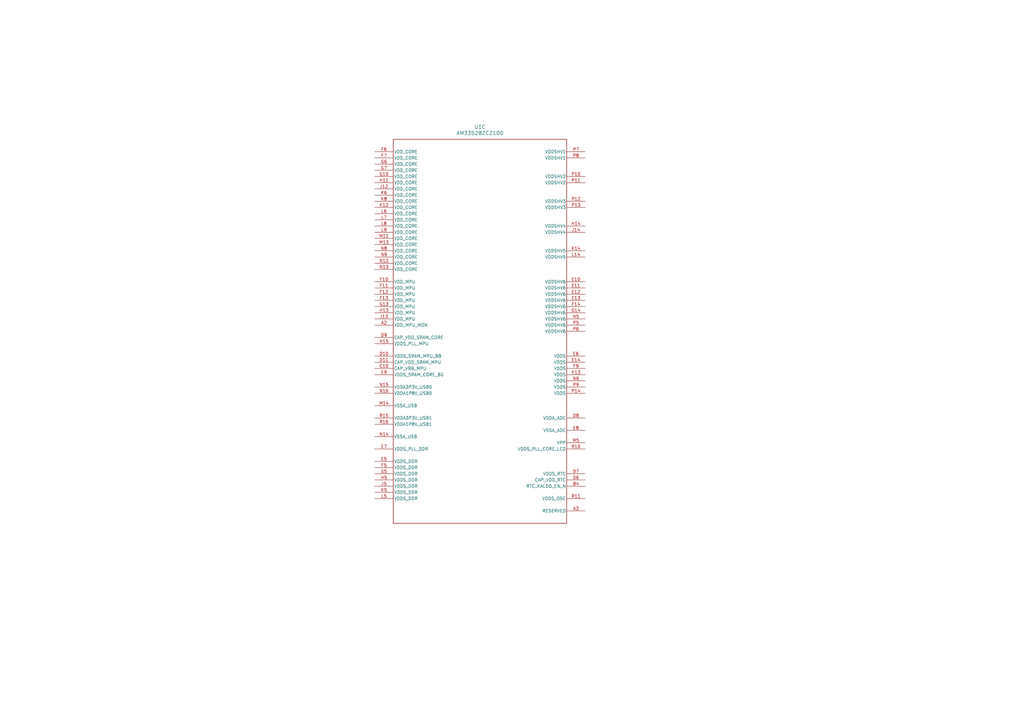
<source format=kicad_sch>
(kicad_sch
	(version 20250114)
	(generator "eeschema")
	(generator_version "9.0")
	(uuid "91f45c6e-ec37-4dc6-b466-0078cade5862")
	(paper "A3")
	(lib_symbols
		(symbol "My_Library:AM3352BZCZ100"
			(pin_names
				(offset 0.254)
			)
			(exclude_from_sim no)
			(in_bom yes)
			(on_board yes)
			(property "Reference" "U"
				(at 0 2.54 0)
				(effects
					(font
						(size 1.524 1.524)
					)
				)
			)
			(property "Value" "AM3352BZCZ100"
				(at 0 0 0)
				(effects
					(font
						(size 1.524 1.524)
					)
				)
			)
			(property "Footprint" "My_Library:ZCZ0324A"
				(at 0 0 0)
				(effects
					(font
						(size 1.27 1.27)
						(italic yes)
					)
					(hide yes)
				)
			)
			(property "Datasheet" "https://www.ti.com/lit/gpn/am3352"
				(at 0 0 0)
				(effects
					(font
						(size 1.27 1.27)
						(italic yes)
					)
					(hide yes)
				)
			)
			(property "Description" ""
				(at 0 0 0)
				(effects
					(font
						(size 1.27 1.27)
					)
					(hide yes)
				)
			)
			(property "ki_locked" ""
				(at 0 0 0)
				(effects
					(font
						(size 1.27 1.27)
					)
				)
			)
			(property "ki_keywords" "AM3352BZCZ100"
				(at 0 0 0)
				(effects
					(font
						(size 1.27 1.27)
					)
					(hide yes)
				)
			)
			(property "ki_fp_filters" "ZCZ0324A"
				(at 0 0 0)
				(effects
					(font
						(size 1.27 1.27)
					)
					(hide yes)
				)
			)
			(symbol "AM3352BZCZ100_1_1"
				(polyline
					(pts
						(xy -30.48 91.44) (xy -30.48 -88.9)
					)
					(stroke
						(width 0.2032)
						(type default)
					)
					(fill
						(type none)
					)
				)
				(polyline
					(pts
						(xy -30.48 -88.9) (xy 30.48 -88.9)
					)
					(stroke
						(width 0.2032)
						(type default)
					)
					(fill
						(type none)
					)
				)
				(polyline
					(pts
						(xy 30.48 91.44) (xy -30.48 91.44)
					)
					(stroke
						(width 0.2032)
						(type default)
					)
					(fill
						(type none)
					)
				)
				(polyline
					(pts
						(xy 30.48 -88.9) (xy 30.48 91.44)
					)
					(stroke
						(width 0.2032)
						(type default)
					)
					(fill
						(type none)
					)
				)
				(pin input line
					(at -38.1 86.36 0)
					(length 7.62)
					(name "XTALIN"
						(effects
							(font
								(size 1.27 1.27)
							)
						)
					)
					(number "V10"
						(effects
							(font
								(size 1.27 1.27)
							)
						)
					)
				)
				(pin output line
					(at -38.1 81.28 0)
					(length 7.62)
					(name "XTALOUT"
						(effects
							(font
								(size 1.27 1.27)
							)
						)
					)
					(number "U11"
						(effects
							(font
								(size 1.27 1.27)
							)
						)
					)
				)
				(pin power_in line
					(at -38.1 78.74 0)
					(length 7.62)
					(name "VSS_OSC"
						(effects
							(font
								(size 1.27 1.27)
							)
						)
					)
					(number "V11"
						(effects
							(font
								(size 1.27 1.27)
							)
						)
					)
				)
				(pin input line
					(at -38.1 73.66 0)
					(length 7.62)
					(name "RTC_XTALIN"
						(effects
							(font
								(size 1.27 1.27)
							)
						)
					)
					(number "A6"
						(effects
							(font
								(size 1.27 1.27)
							)
						)
					)
				)
				(pin output line
					(at -38.1 68.58 0)
					(length 7.62)
					(name "RTC_XTALOUT"
						(effects
							(font
								(size 1.27 1.27)
							)
						)
					)
					(number "A4"
						(effects
							(font
								(size 1.27 1.27)
							)
						)
					)
				)
				(pin power_in line
					(at -38.1 66.04 0)
					(length 7.62)
					(name "VSS_RTC"
						(effects
							(font
								(size 1.27 1.27)
							)
						)
					)
					(number "A5"
						(effects
							(font
								(size 1.27 1.27)
							)
						)
					)
				)
				(pin output line
					(at -38.1 58.42 0)
					(length 7.62)
					(name "DDR_A0"
						(effects
							(font
								(size 1.27 1.27)
							)
						)
					)
					(number "F3"
						(effects
							(font
								(size 1.27 1.27)
							)
						)
					)
				)
				(pin output line
					(at -38.1 55.88 0)
					(length 7.62)
					(name "DDR_A1"
						(effects
							(font
								(size 1.27 1.27)
							)
						)
					)
					(number "H1"
						(effects
							(font
								(size 1.27 1.27)
							)
						)
					)
				)
				(pin output line
					(at -38.1 53.34 0)
					(length 7.62)
					(name "DDR_A2"
						(effects
							(font
								(size 1.27 1.27)
							)
						)
					)
					(number "E4"
						(effects
							(font
								(size 1.27 1.27)
							)
						)
					)
				)
				(pin output line
					(at -38.1 50.8 0)
					(length 7.62)
					(name "DDR_A3"
						(effects
							(font
								(size 1.27 1.27)
							)
						)
					)
					(number "C3"
						(effects
							(font
								(size 1.27 1.27)
							)
						)
					)
				)
				(pin output line
					(at -38.1 48.26 0)
					(length 7.62)
					(name "DDR_A4"
						(effects
							(font
								(size 1.27 1.27)
							)
						)
					)
					(number "C2"
						(effects
							(font
								(size 1.27 1.27)
							)
						)
					)
				)
				(pin output line
					(at -38.1 45.72 0)
					(length 7.62)
					(name "DDR_A5"
						(effects
							(font
								(size 1.27 1.27)
							)
						)
					)
					(number "B1"
						(effects
							(font
								(size 1.27 1.27)
							)
						)
					)
				)
				(pin output line
					(at -38.1 43.18 0)
					(length 7.62)
					(name "DDR_A6"
						(effects
							(font
								(size 1.27 1.27)
							)
						)
					)
					(number "D5"
						(effects
							(font
								(size 1.27 1.27)
							)
						)
					)
				)
				(pin output line
					(at -38.1 40.64 0)
					(length 7.62)
					(name "DDR_A7"
						(effects
							(font
								(size 1.27 1.27)
							)
						)
					)
					(number "E2"
						(effects
							(font
								(size 1.27 1.27)
							)
						)
					)
				)
				(pin output line
					(at -38.1 38.1 0)
					(length 7.62)
					(name "DDR_A8"
						(effects
							(font
								(size 1.27 1.27)
							)
						)
					)
					(number "D4"
						(effects
							(font
								(size 1.27 1.27)
							)
						)
					)
				)
				(pin output line
					(at -38.1 35.56 0)
					(length 7.62)
					(name "DDR_A9"
						(effects
							(font
								(size 1.27 1.27)
							)
						)
					)
					(number "C1"
						(effects
							(font
								(size 1.27 1.27)
							)
						)
					)
				)
				(pin output line
					(at -38.1 33.02 0)
					(length 7.62)
					(name "DDR_A10"
						(effects
							(font
								(size 1.27 1.27)
							)
						)
					)
					(number "F4"
						(effects
							(font
								(size 1.27 1.27)
							)
						)
					)
				)
				(pin output line
					(at -38.1 30.48 0)
					(length 7.62)
					(name "DDR_A11"
						(effects
							(font
								(size 1.27 1.27)
							)
						)
					)
					(number "F2"
						(effects
							(font
								(size 1.27 1.27)
							)
						)
					)
				)
				(pin output line
					(at -38.1 27.94 0)
					(length 7.62)
					(name "DDR_A12"
						(effects
							(font
								(size 1.27 1.27)
							)
						)
					)
					(number "E3"
						(effects
							(font
								(size 1.27 1.27)
							)
						)
					)
				)
				(pin output line
					(at -38.1 25.4 0)
					(length 7.62)
					(name "DDR_A13"
						(effects
							(font
								(size 1.27 1.27)
							)
						)
					)
					(number "H3"
						(effects
							(font
								(size 1.27 1.27)
							)
						)
					)
				)
				(pin output line
					(at -38.1 22.86 0)
					(length 7.62)
					(name "DDR_A14"
						(effects
							(font
								(size 1.27 1.27)
							)
						)
					)
					(number "H4"
						(effects
							(font
								(size 1.27 1.27)
							)
						)
					)
				)
				(pin output line
					(at -38.1 20.32 0)
					(length 7.62)
					(name "DDR_A15"
						(effects
							(font
								(size 1.27 1.27)
							)
						)
					)
					(number "D3"
						(effects
							(font
								(size 1.27 1.27)
							)
						)
					)
				)
				(pin output line
					(at -38.1 17.78 0)
					(length 7.62)
					(name "DDR_BA0"
						(effects
							(font
								(size 1.27 1.27)
							)
						)
					)
					(number "C4"
						(effects
							(font
								(size 1.27 1.27)
							)
						)
					)
				)
				(pin output line
					(at -38.1 15.24 0)
					(length 7.62)
					(name "DDR_BA1"
						(effects
							(font
								(size 1.27 1.27)
							)
						)
					)
					(number "E1"
						(effects
							(font
								(size 1.27 1.27)
							)
						)
					)
				)
				(pin output line
					(at -38.1 12.7 0)
					(length 7.62)
					(name "DDR_BA2"
						(effects
							(font
								(size 1.27 1.27)
							)
						)
					)
					(number "B3"
						(effects
							(font
								(size 1.27 1.27)
							)
						)
					)
				)
				(pin bidirectional line
					(at -38.1 7.62 0)
					(length 7.62)
					(name "DDR_D0"
						(effects
							(font
								(size 1.27 1.27)
							)
						)
					)
					(number "M3"
						(effects
							(font
								(size 1.27 1.27)
							)
						)
					)
				)
				(pin bidirectional line
					(at -38.1 5.08 0)
					(length 7.62)
					(name "DDR_D1"
						(effects
							(font
								(size 1.27 1.27)
							)
						)
					)
					(number "M4"
						(effects
							(font
								(size 1.27 1.27)
							)
						)
					)
				)
				(pin bidirectional line
					(at -38.1 2.54 0)
					(length 7.62)
					(name "DDR_D2"
						(effects
							(font
								(size 1.27 1.27)
							)
						)
					)
					(number "N1"
						(effects
							(font
								(size 1.27 1.27)
							)
						)
					)
				)
				(pin bidirectional line
					(at -38.1 0 0)
					(length 7.62)
					(name "DDR_D3"
						(effects
							(font
								(size 1.27 1.27)
							)
						)
					)
					(number "N2"
						(effects
							(font
								(size 1.27 1.27)
							)
						)
					)
				)
				(pin bidirectional line
					(at -38.1 -2.54 0)
					(length 7.62)
					(name "DDR_D4"
						(effects
							(font
								(size 1.27 1.27)
							)
						)
					)
					(number "N3"
						(effects
							(font
								(size 1.27 1.27)
							)
						)
					)
				)
				(pin bidirectional line
					(at -38.1 -5.08 0)
					(length 7.62)
					(name "DDR_D5"
						(effects
							(font
								(size 1.27 1.27)
							)
						)
					)
					(number "N4"
						(effects
							(font
								(size 1.27 1.27)
							)
						)
					)
				)
				(pin bidirectional line
					(at -38.1 -7.62 0)
					(length 7.62)
					(name "DDR_D6"
						(effects
							(font
								(size 1.27 1.27)
							)
						)
					)
					(number "P3"
						(effects
							(font
								(size 1.27 1.27)
							)
						)
					)
				)
				(pin bidirectional line
					(at -38.1 -10.16 0)
					(length 7.62)
					(name "DDR_D7"
						(effects
							(font
								(size 1.27 1.27)
							)
						)
					)
					(number "P4"
						(effects
							(font
								(size 1.27 1.27)
							)
						)
					)
				)
				(pin bidirectional line
					(at -38.1 -12.7 0)
					(length 7.62)
					(name "DDR_D8"
						(effects
							(font
								(size 1.27 1.27)
							)
						)
					)
					(number "J1"
						(effects
							(font
								(size 1.27 1.27)
							)
						)
					)
				)
				(pin bidirectional line
					(at -38.1 -15.24 0)
					(length 7.62)
					(name "DDR_D9"
						(effects
							(font
								(size 1.27 1.27)
							)
						)
					)
					(number "K1"
						(effects
							(font
								(size 1.27 1.27)
							)
						)
					)
				)
				(pin bidirectional line
					(at -38.1 -17.78 0)
					(length 7.62)
					(name "DDR_D10"
						(effects
							(font
								(size 1.27 1.27)
							)
						)
					)
					(number "K2"
						(effects
							(font
								(size 1.27 1.27)
							)
						)
					)
				)
				(pin bidirectional line
					(at -38.1 -20.32 0)
					(length 7.62)
					(name "DDR_D11"
						(effects
							(font
								(size 1.27 1.27)
							)
						)
					)
					(number "K3"
						(effects
							(font
								(size 1.27 1.27)
							)
						)
					)
				)
				(pin bidirectional line
					(at -38.1 -22.86 0)
					(length 7.62)
					(name "DDR_D12"
						(effects
							(font
								(size 1.27 1.27)
							)
						)
					)
					(number "K4"
						(effects
							(font
								(size 1.27 1.27)
							)
						)
					)
				)
				(pin bidirectional line
					(at -38.1 -25.4 0)
					(length 7.62)
					(name "DDR_D13"
						(effects
							(font
								(size 1.27 1.27)
							)
						)
					)
					(number "L3"
						(effects
							(font
								(size 1.27 1.27)
							)
						)
					)
				)
				(pin bidirectional line
					(at -38.1 -27.94 0)
					(length 7.62)
					(name "DDR_D14"
						(effects
							(font
								(size 1.27 1.27)
							)
						)
					)
					(number "L4"
						(effects
							(font
								(size 1.27 1.27)
							)
						)
					)
				)
				(pin bidirectional line
					(at -38.1 -30.48 0)
					(length 7.62)
					(name "DDR_D15"
						(effects
							(font
								(size 1.27 1.27)
							)
						)
					)
					(number "M1"
						(effects
							(font
								(size 1.27 1.27)
							)
						)
					)
				)
				(pin output line
					(at -38.1 -35.56 0)
					(length 7.62)
					(name "DDR_CK"
						(effects
							(font
								(size 1.27 1.27)
							)
						)
					)
					(number "D2"
						(effects
							(font
								(size 1.27 1.27)
							)
						)
					)
				)
				(pin output line
					(at -38.1 -38.1 0)
					(length 7.62)
					(name "DDR_CK_N"
						(effects
							(font
								(size 1.27 1.27)
							)
						)
					)
					(number "D1"
						(effects
							(font
								(size 1.27 1.27)
							)
						)
					)
				)
				(pin output line
					(at -38.1 -40.64 0)
					(length 7.62)
					(name "DDR_CKE"
						(effects
							(font
								(size 1.27 1.27)
							)
						)
					)
					(number "G3"
						(effects
							(font
								(size 1.27 1.27)
							)
						)
					)
				)
				(pin output line
					(at -38.1 -43.18 0)
					(length 7.62)
					(name "DDR_CS0_N"
						(effects
							(font
								(size 1.27 1.27)
							)
						)
					)
					(number "H2"
						(effects
							(font
								(size 1.27 1.27)
							)
						)
					)
				)
				(pin output line
					(at -38.1 -45.72 0)
					(length 7.62)
					(name "DDR_CAS_N"
						(effects
							(font
								(size 1.27 1.27)
							)
						)
					)
					(number "F1"
						(effects
							(font
								(size 1.27 1.27)
							)
						)
					)
				)
				(pin output line
					(at -38.1 -48.26 0)
					(length 7.62)
					(name "DDR_RAS_N"
						(effects
							(font
								(size 1.27 1.27)
							)
						)
					)
					(number "G4"
						(effects
							(font
								(size 1.27 1.27)
							)
						)
					)
				)
				(pin output line
					(at -38.1 -50.8 0)
					(length 7.62)
					(name "DDR_WE_N"
						(effects
							(font
								(size 1.27 1.27)
							)
						)
					)
					(number "B2"
						(effects
							(font
								(size 1.27 1.27)
							)
						)
					)
				)
				(pin output line
					(at -38.1 -55.88 0)
					(length 7.62)
					(name "DDR_DQM0"
						(effects
							(font
								(size 1.27 1.27)
							)
						)
					)
					(number "M2"
						(effects
							(font
								(size 1.27 1.27)
							)
						)
					)
				)
				(pin bidirectional line
					(at -38.1 -58.42 0)
					(length 7.62)
					(name "DDR_DQS0"
						(effects
							(font
								(size 1.27 1.27)
							)
						)
					)
					(number "P1"
						(effects
							(font
								(size 1.27 1.27)
							)
						)
					)
				)
				(pin bidirectional line
					(at -38.1 -60.96 0)
					(length 7.62)
					(name "DDR_DQS0_N"
						(effects
							(font
								(size 1.27 1.27)
							)
						)
					)
					(number "P2"
						(effects
							(font
								(size 1.27 1.27)
							)
						)
					)
				)
				(pin output line
					(at -38.1 -63.5 0)
					(length 7.62)
					(name "DDR_DQM1"
						(effects
							(font
								(size 1.27 1.27)
							)
						)
					)
					(number "J2"
						(effects
							(font
								(size 1.27 1.27)
							)
						)
					)
				)
				(pin bidirectional line
					(at -38.1 -66.04 0)
					(length 7.62)
					(name "DDR_DQS1"
						(effects
							(font
								(size 1.27 1.27)
							)
						)
					)
					(number "L1"
						(effects
							(font
								(size 1.27 1.27)
							)
						)
					)
				)
				(pin bidirectional line
					(at -38.1 -68.58 0)
					(length 7.62)
					(name "DDR_DQS1_N"
						(effects
							(font
								(size 1.27 1.27)
							)
						)
					)
					(number "L2"
						(effects
							(font
								(size 1.27 1.27)
							)
						)
					)
				)
				(pin output line
					(at -38.1 -73.66 0)
					(length 7.62)
					(name "DDR_ODT"
						(effects
							(font
								(size 1.27 1.27)
							)
						)
					)
					(number "G1"
						(effects
							(font
								(size 1.27 1.27)
							)
						)
					)
				)
				(pin output line
					(at -38.1 -76.2 0)
					(length 7.62)
					(name "DDR_RESET_N"
						(effects
							(font
								(size 1.27 1.27)
							)
						)
					)
					(number "G2"
						(effects
							(font
								(size 1.27 1.27)
							)
						)
					)
				)
				(pin power_in line
					(at -38.1 -78.74 0)
					(length 7.62)
					(name "DDR_VTP"
						(effects
							(font
								(size 1.27 1.27)
							)
						)
					)
					(number "J3"
						(effects
							(font
								(size 1.27 1.27)
							)
						)
					)
				)
				(pin power_in line
					(at -38.1 -83.82 0)
					(length 7.62)
					(name "DDR_VREF"
						(effects
							(font
								(size 1.27 1.27)
							)
						)
					)
					(number "J4"
						(effects
							(font
								(size 1.27 1.27)
							)
						)
					)
				)
				(pin input line
					(at 38.1 86.36 180)
					(length 7.62)
					(name "PWRONRST_N"
						(effects
							(font
								(size 1.27 1.27)
							)
						)
					)
					(number "B15"
						(effects
							(font
								(size 1.27 1.27)
							)
						)
					)
				)
				(pin bidirectional line
					(at 38.1 83.82 180)
					(length 7.62)
					(name "WARMRST_N"
						(effects
							(font
								(size 1.27 1.27)
							)
						)
					)
					(number "A10"
						(effects
							(font
								(size 1.27 1.27)
							)
						)
					)
				)
				(pin input line
					(at 38.1 81.28 180)
					(length 7.62)
					(name "RTC_PWRONRST_N"
						(effects
							(font
								(size 1.27 1.27)
							)
						)
					)
					(number "B5"
						(effects
							(font
								(size 1.27 1.27)
							)
						)
					)
				)
				(pin input line
					(at 38.1 76.2 180)
					(length 7.62)
					(name "EXTINT_N"
						(effects
							(font
								(size 1.27 1.27)
							)
						)
					)
					(number "B18"
						(effects
							(font
								(size 1.27 1.27)
							)
						)
					)
				)
				(pin input line
					(at 38.1 73.66 180)
					(length 7.62)
					(name "XDMA_EVENT_INTR0"
						(effects
							(font
								(size 1.27 1.27)
							)
						)
					)
					(number "A15"
						(effects
							(font
								(size 1.27 1.27)
							)
						)
					)
				)
				(pin input line
					(at 38.1 71.12 180)
					(length 7.62)
					(name "XDMA_EVENT_INTR1"
						(effects
							(font
								(size 1.27 1.27)
							)
						)
					)
					(number "D14"
						(effects
							(font
								(size 1.27 1.27)
							)
						)
					)
				)
				(pin input line
					(at 38.1 63.5 180)
					(length 7.62)
					(name "TRST_N"
						(effects
							(font
								(size 1.27 1.27)
							)
						)
					)
					(number "B10"
						(effects
							(font
								(size 1.27 1.27)
							)
						)
					)
				)
				(pin input line
					(at 38.1 60.96 180)
					(length 7.62)
					(name "TMS"
						(effects
							(font
								(size 1.27 1.27)
							)
						)
					)
					(number "C11"
						(effects
							(font
								(size 1.27 1.27)
							)
						)
					)
				)
				(pin input line
					(at 38.1 58.42 180)
					(length 7.62)
					(name "TDI"
						(effects
							(font
								(size 1.27 1.27)
							)
						)
					)
					(number "B11"
						(effects
							(font
								(size 1.27 1.27)
							)
						)
					)
				)
				(pin input line
					(at 38.1 55.88 180)
					(length 7.62)
					(name "TCK"
						(effects
							(font
								(size 1.27 1.27)
							)
						)
					)
					(number "A12"
						(effects
							(font
								(size 1.27 1.27)
							)
						)
					)
				)
				(pin output line
					(at 38.1 53.34 180)
					(length 7.62)
					(name "TDO"
						(effects
							(font
								(size 1.27 1.27)
							)
						)
					)
					(number "A11"
						(effects
							(font
								(size 1.27 1.27)
							)
						)
					)
				)
				(pin bidirectional line
					(at 38.1 50.8 180)
					(length 7.62)
					(name "EMU0"
						(effects
							(font
								(size 1.27 1.27)
							)
						)
					)
					(number "C14"
						(effects
							(font
								(size 1.27 1.27)
							)
						)
					)
				)
				(pin bidirectional line
					(at 38.1 48.26 180)
					(length 7.62)
					(name "EMU1"
						(effects
							(font
								(size 1.27 1.27)
							)
						)
					)
					(number "B14"
						(effects
							(font
								(size 1.27 1.27)
							)
						)
					)
				)
				(pin bidirectional line
					(at 38.1 43.18 180)
					(length 7.62)
					(name "GPMC_CLK"
						(effects
							(font
								(size 1.27 1.27)
							)
						)
					)
					(number "V12"
						(effects
							(font
								(size 1.27 1.27)
							)
						)
					)
				)
				(pin bidirectional line
					(at 38.1 40.64 180)
					(length 7.62)
					(name "GPMC_CS0_N"
						(effects
							(font
								(size 1.27 1.27)
							)
						)
					)
					(number "V6"
						(effects
							(font
								(size 1.27 1.27)
							)
						)
					)
				)
				(pin bidirectional line
					(at 38.1 38.1 180)
					(length 7.62)
					(name "GPMC_CS1_N"
						(effects
							(font
								(size 1.27 1.27)
							)
						)
					)
					(number "U9"
						(effects
							(font
								(size 1.27 1.27)
							)
						)
					)
				)
				(pin bidirectional line
					(at 38.1 35.56 180)
					(length 7.62)
					(name "GPMC_CS2_N"
						(effects
							(font
								(size 1.27 1.27)
							)
						)
					)
					(number "V9"
						(effects
							(font
								(size 1.27 1.27)
							)
						)
					)
				)
				(pin bidirectional line
					(at 38.1 33.02 180)
					(length 7.62)
					(name "GPMC_CS3_N"
						(effects
							(font
								(size 1.27 1.27)
							)
						)
					)
					(number "T13"
						(effects
							(font
								(size 1.27 1.27)
							)
						)
					)
				)
				(pin bidirectional line
					(at 38.1 30.48 180)
					(length 7.62)
					(name "GPMC_WE_N"
						(effects
							(font
								(size 1.27 1.27)
							)
						)
					)
					(number "U6"
						(effects
							(font
								(size 1.27 1.27)
							)
						)
					)
				)
				(pin bidirectional line
					(at 38.1 27.94 180)
					(length 7.62)
					(name "GPMC_OEN_RE_N"
						(effects
							(font
								(size 1.27 1.27)
							)
						)
					)
					(number "T7"
						(effects
							(font
								(size 1.27 1.27)
							)
						)
					)
				)
				(pin bidirectional line
					(at 38.1 25.4 180)
					(length 7.62)
					(name "GPMC_ADV_ALE_N"
						(effects
							(font
								(size 1.27 1.27)
							)
						)
					)
					(number "R7"
						(effects
							(font
								(size 1.27 1.27)
							)
						)
					)
				)
				(pin bidirectional line
					(at 38.1 22.86 180)
					(length 7.62)
					(name "GPMC_BE0_CLE_N"
						(effects
							(font
								(size 1.27 1.27)
							)
						)
					)
					(number "T6"
						(effects
							(font
								(size 1.27 1.27)
							)
						)
					)
				)
				(pin bidirectional line
					(at 38.1 20.32 180)
					(length 7.62)
					(name "GPMC_BE1_N"
						(effects
							(font
								(size 1.27 1.27)
							)
						)
					)
					(number "U18"
						(effects
							(font
								(size 1.27 1.27)
							)
						)
					)
				)
				(pin bidirectional line
					(at 38.1 17.78 180)
					(length 7.62)
					(name "GPMC_WAIT0"
						(effects
							(font
								(size 1.27 1.27)
							)
						)
					)
					(number "T17"
						(effects
							(font
								(size 1.27 1.27)
							)
						)
					)
				)
				(pin bidirectional line
					(at 38.1 15.24 180)
					(length 7.62)
					(name "GPMC_WP_N"
						(effects
							(font
								(size 1.27 1.27)
							)
						)
					)
					(number "U17"
						(effects
							(font
								(size 1.27 1.27)
							)
						)
					)
				)
				(pin bidirectional line
					(at 38.1 10.16 180)
					(length 7.62)
					(name "GPMC_AD0"
						(effects
							(font
								(size 1.27 1.27)
							)
						)
					)
					(number "U7"
						(effects
							(font
								(size 1.27 1.27)
							)
						)
					)
				)
				(pin bidirectional line
					(at 38.1 7.62 180)
					(length 7.62)
					(name "GPMC_AD1"
						(effects
							(font
								(size 1.27 1.27)
							)
						)
					)
					(number "V7"
						(effects
							(font
								(size 1.27 1.27)
							)
						)
					)
				)
				(pin bidirectional line
					(at 38.1 5.08 180)
					(length 7.62)
					(name "GPMC_AD2"
						(effects
							(font
								(size 1.27 1.27)
							)
						)
					)
					(number "R8"
						(effects
							(font
								(size 1.27 1.27)
							)
						)
					)
				)
				(pin bidirectional line
					(at 38.1 2.54 180)
					(length 7.62)
					(name "GPMC_AD3"
						(effects
							(font
								(size 1.27 1.27)
							)
						)
					)
					(number "T8"
						(effects
							(font
								(size 1.27 1.27)
							)
						)
					)
				)
				(pin bidirectional line
					(at 38.1 0 180)
					(length 7.62)
					(name "GPMC_AD4"
						(effects
							(font
								(size 1.27 1.27)
							)
						)
					)
					(number "U8"
						(effects
							(font
								(size 1.27 1.27)
							)
						)
					)
				)
				(pin bidirectional line
					(at 38.1 -2.54 180)
					(length 7.62)
					(name "GPMC_AD5"
						(effects
							(font
								(size 1.27 1.27)
							)
						)
					)
					(number "V8"
						(effects
							(font
								(size 1.27 1.27)
							)
						)
					)
				)
				(pin bidirectional line
					(at 38.1 -5.08 180)
					(length 7.62)
					(name "GPMC_AD6"
						(effects
							(font
								(size 1.27 1.27)
							)
						)
					)
					(number "R9"
						(effects
							(font
								(size 1.27 1.27)
							)
						)
					)
				)
				(pin bidirectional line
					(at 38.1 -7.62 180)
					(length 7.62)
					(name "GPMC_AD7"
						(effects
							(font
								(size 1.27 1.27)
							)
						)
					)
					(number "T9"
						(effects
							(font
								(size 1.27 1.27)
							)
						)
					)
				)
				(pin bidirectional line
					(at 38.1 -10.16 180)
					(length 7.62)
					(name "GPMC_AD8"
						(effects
							(font
								(size 1.27 1.27)
							)
						)
					)
					(number "U10"
						(effects
							(font
								(size 1.27 1.27)
							)
						)
					)
				)
				(pin bidirectional line
					(at 38.1 -12.7 180)
					(length 7.62)
					(name "GPMC_AD9"
						(effects
							(font
								(size 1.27 1.27)
							)
						)
					)
					(number "T10"
						(effects
							(font
								(size 1.27 1.27)
							)
						)
					)
				)
				(pin bidirectional line
					(at 38.1 -15.24 180)
					(length 7.62)
					(name "GPMC_AD10"
						(effects
							(font
								(size 1.27 1.27)
							)
						)
					)
					(number "T11"
						(effects
							(font
								(size 1.27 1.27)
							)
						)
					)
				)
				(pin bidirectional line
					(at 38.1 -17.78 180)
					(length 7.62)
					(name "GPMC_AD11"
						(effects
							(font
								(size 1.27 1.27)
							)
						)
					)
					(number "U12"
						(effects
							(font
								(size 1.27 1.27)
							)
						)
					)
				)
				(pin bidirectional line
					(at 38.1 -20.32 180)
					(length 7.62)
					(name "GPMC_AD12"
						(effects
							(font
								(size 1.27 1.27)
							)
						)
					)
					(number "T12"
						(effects
							(font
								(size 1.27 1.27)
							)
						)
					)
				)
				(pin bidirectional line
					(at 38.1 -22.86 180)
					(length 7.62)
					(name "GPMC_AD13"
						(effects
							(font
								(size 1.27 1.27)
							)
						)
					)
					(number "R12"
						(effects
							(font
								(size 1.27 1.27)
							)
						)
					)
				)
				(pin bidirectional line
					(at 38.1 -25.4 180)
					(length 7.62)
					(name "GPMC_AD14"
						(effects
							(font
								(size 1.27 1.27)
							)
						)
					)
					(number "V13"
						(effects
							(font
								(size 1.27 1.27)
							)
						)
					)
				)
				(pin bidirectional line
					(at 38.1 -27.94 180)
					(length 7.62)
					(name "GPMC_AD15"
						(effects
							(font
								(size 1.27 1.27)
							)
						)
					)
					(number "U13"
						(effects
							(font
								(size 1.27 1.27)
							)
						)
					)
				)
				(pin bidirectional line
					(at 38.1 -33.02 180)
					(length 7.62)
					(name "GPMC_A0"
						(effects
							(font
								(size 1.27 1.27)
							)
						)
					)
					(number "R13"
						(effects
							(font
								(size 1.27 1.27)
							)
						)
					)
				)
				(pin bidirectional line
					(at 38.1 -35.56 180)
					(length 7.62)
					(name "GPMC_A1"
						(effects
							(font
								(size 1.27 1.27)
							)
						)
					)
					(number "V14"
						(effects
							(font
								(size 1.27 1.27)
							)
						)
					)
				)
				(pin bidirectional line
					(at 38.1 -38.1 180)
					(length 7.62)
					(name "GPMC_A2"
						(effects
							(font
								(size 1.27 1.27)
							)
						)
					)
					(number "U14"
						(effects
							(font
								(size 1.27 1.27)
							)
						)
					)
				)
				(pin bidirectional line
					(at 38.1 -40.64 180)
					(length 7.62)
					(name "GPMC_A3"
						(effects
							(font
								(size 1.27 1.27)
							)
						)
					)
					(number "T14"
						(effects
							(font
								(size 1.27 1.27)
							)
						)
					)
				)
				(pin bidirectional line
					(at 38.1 -43.18 180)
					(length 7.62)
					(name "GPMC_A4"
						(effects
							(font
								(size 1.27 1.27)
							)
						)
					)
					(number "R14"
						(effects
							(font
								(size 1.27 1.27)
							)
						)
					)
				)
				(pin bidirectional line
					(at 38.1 -45.72 180)
					(length 7.62)
					(name "GPMC_A5"
						(effects
							(font
								(size 1.27 1.27)
							)
						)
					)
					(number "V15"
						(effects
							(font
								(size 1.27 1.27)
							)
						)
					)
				)
				(pin bidirectional line
					(at 38.1 -48.26 180)
					(length 7.62)
					(name "GPMC_A6"
						(effects
							(font
								(size 1.27 1.27)
							)
						)
					)
					(number "U15"
						(effects
							(font
								(size 1.27 1.27)
							)
						)
					)
				)
				(pin bidirectional line
					(at 38.1 -50.8 180)
					(length 7.62)
					(name "GPMC_A7"
						(effects
							(font
								(size 1.27 1.27)
							)
						)
					)
					(number "T15"
						(effects
							(font
								(size 1.27 1.27)
							)
						)
					)
				)
				(pin bidirectional line
					(at 38.1 -53.34 180)
					(length 7.62)
					(name "GPMC_A8"
						(effects
							(font
								(size 1.27 1.27)
							)
						)
					)
					(number "V16"
						(effects
							(font
								(size 1.27 1.27)
							)
						)
					)
				)
				(pin bidirectional line
					(at 38.1 -55.88 180)
					(length 7.62)
					(name "GPMC_A9"
						(effects
							(font
								(size 1.27 1.27)
							)
						)
					)
					(number "U16"
						(effects
							(font
								(size 1.27 1.27)
							)
						)
					)
				)
				(pin bidirectional line
					(at 38.1 -58.42 180)
					(length 7.62)
					(name "GPMC_A10"
						(effects
							(font
								(size 1.27 1.27)
							)
						)
					)
					(number "T16"
						(effects
							(font
								(size 1.27 1.27)
							)
						)
					)
				)
				(pin bidirectional line
					(at 38.1 -60.96 180)
					(length 7.62)
					(name "GPMC_A11"
						(effects
							(font
								(size 1.27 1.27)
							)
						)
					)
					(number "V17"
						(effects
							(font
								(size 1.27 1.27)
							)
						)
					)
				)
				(pin bidirectional line
					(at 38.1 -68.58 180)
					(length 7.62)
					(name "MMC0_CMD"
						(effects
							(font
								(size 1.27 1.27)
							)
						)
					)
					(number "G18"
						(effects
							(font
								(size 1.27 1.27)
							)
						)
					)
				)
				(pin bidirectional line
					(at 38.1 -71.12 180)
					(length 7.62)
					(name "MMC0_CLK"
						(effects
							(font
								(size 1.27 1.27)
							)
						)
					)
					(number "G17"
						(effects
							(font
								(size 1.27 1.27)
							)
						)
					)
				)
				(pin bidirectional line
					(at 38.1 -73.66 180)
					(length 7.62)
					(name "MMC0_DAT0"
						(effects
							(font
								(size 1.27 1.27)
							)
						)
					)
					(number "G16"
						(effects
							(font
								(size 1.27 1.27)
							)
						)
					)
				)
				(pin bidirectional line
					(at 38.1 -76.2 180)
					(length 7.62)
					(name "MMC0_DAT1"
						(effects
							(font
								(size 1.27 1.27)
							)
						)
					)
					(number "G15"
						(effects
							(font
								(size 1.27 1.27)
							)
						)
					)
				)
				(pin bidirectional line
					(at 38.1 -78.74 180)
					(length 7.62)
					(name "MMC0_DAT2"
						(effects
							(font
								(size 1.27 1.27)
							)
						)
					)
					(number "F18"
						(effects
							(font
								(size 1.27 1.27)
							)
						)
					)
				)
				(pin bidirectional line
					(at 38.1 -81.28 180)
					(length 7.62)
					(name "MMC0_DAT3"
						(effects
							(font
								(size 1.27 1.27)
							)
						)
					)
					(number "F17"
						(effects
							(font
								(size 1.27 1.27)
							)
						)
					)
				)
			)
			(symbol "AM3352BZCZ100_2_1"
				(polyline
					(pts
						(xy -25.4 71.12) (xy -25.4 -71.12)
					)
					(stroke
						(width 0.2032)
						(type default)
					)
					(fill
						(type none)
					)
				)
				(polyline
					(pts
						(xy -25.4 -71.12) (xy 25.4 -71.12)
					)
					(stroke
						(width 0.2032)
						(type default)
					)
					(fill
						(type none)
					)
				)
				(polyline
					(pts
						(xy 25.4 71.12) (xy -25.4 71.12)
					)
					(stroke
						(width 0.2032)
						(type default)
					)
					(fill
						(type none)
					)
				)
				(polyline
					(pts
						(xy 25.4 -71.12) (xy 25.4 71.12)
					)
					(stroke
						(width 0.2032)
						(type default)
					)
					(fill
						(type none)
					)
				)
				(pin output line
					(at -33.02 66.04 0)
					(length 7.62)
					(name "PMIC_POWER_EN"
						(effects
							(font
								(size 1.27 1.27)
							)
						)
					)
					(number "C6"
						(effects
							(font
								(size 1.27 1.27)
							)
						)
					)
				)
				(pin input line
					(at -33.02 63.5 0)
					(length 7.62)
					(name "EXT_WAKEUP"
						(effects
							(font
								(size 1.27 1.27)
							)
						)
					)
					(number "C5"
						(effects
							(font
								(size 1.27 1.27)
							)
						)
					)
				)
				(pin bidirectional line
					(at -33.02 55.88 0)
					(length 7.62)
					(name "AIN0"
						(effects
							(font
								(size 1.27 1.27)
							)
						)
					)
					(number "B6"
						(effects
							(font
								(size 1.27 1.27)
							)
						)
					)
				)
				(pin bidirectional line
					(at -33.02 53.34 0)
					(length 7.62)
					(name "AIN1"
						(effects
							(font
								(size 1.27 1.27)
							)
						)
					)
					(number "C7"
						(effects
							(font
								(size 1.27 1.27)
							)
						)
					)
				)
				(pin bidirectional line
					(at -33.02 50.8 0)
					(length 7.62)
					(name "AIN2"
						(effects
							(font
								(size 1.27 1.27)
							)
						)
					)
					(number "B7"
						(effects
							(font
								(size 1.27 1.27)
							)
						)
					)
				)
				(pin bidirectional line
					(at -33.02 48.26 0)
					(length 7.62)
					(name "AIN3"
						(effects
							(font
								(size 1.27 1.27)
							)
						)
					)
					(number "A7"
						(effects
							(font
								(size 1.27 1.27)
							)
						)
					)
				)
				(pin bidirectional line
					(at -33.02 45.72 0)
					(length 7.62)
					(name "AIN4"
						(effects
							(font
								(size 1.27 1.27)
							)
						)
					)
					(number "C8"
						(effects
							(font
								(size 1.27 1.27)
							)
						)
					)
				)
				(pin input line
					(at -33.02 43.18 0)
					(length 7.62)
					(name "AIN5"
						(effects
							(font
								(size 1.27 1.27)
							)
						)
					)
					(number "B8"
						(effects
							(font
								(size 1.27 1.27)
							)
						)
					)
				)
				(pin input line
					(at -33.02 40.64 0)
					(length 7.62)
					(name "AIN6"
						(effects
							(font
								(size 1.27 1.27)
							)
						)
					)
					(number "A8"
						(effects
							(font
								(size 1.27 1.27)
							)
						)
					)
				)
				(pin input line
					(at -33.02 38.1 0)
					(length 7.62)
					(name "AIN7"
						(effects
							(font
								(size 1.27 1.27)
							)
						)
					)
					(number "C9"
						(effects
							(font
								(size 1.27 1.27)
							)
						)
					)
				)
				(pin power_in line
					(at -33.02 33.02 0)
					(length 7.62)
					(name "VREFP"
						(effects
							(font
								(size 1.27 1.27)
							)
						)
					)
					(number "B9"
						(effects
							(font
								(size 1.27 1.27)
							)
						)
					)
				)
				(pin power_in line
					(at -33.02 30.48 0)
					(length 7.62)
					(name "VREFN"
						(effects
							(font
								(size 1.27 1.27)
							)
						)
					)
					(number "A9"
						(effects
							(font
								(size 1.27 1.27)
							)
						)
					)
				)
				(pin bidirectional line
					(at -33.02 25.4 0)
					(length 7.62)
					(name "SPI0_SCLK"
						(effects
							(font
								(size 1.27 1.27)
							)
						)
					)
					(number "A17"
						(effects
							(font
								(size 1.27 1.27)
							)
						)
					)
				)
				(pin bidirectional line
					(at -33.02 22.86 0)
					(length 7.62)
					(name "SPI0_D0"
						(effects
							(font
								(size 1.27 1.27)
							)
						)
					)
					(number "B17"
						(effects
							(font
								(size 1.27 1.27)
							)
						)
					)
				)
				(pin bidirectional line
					(at -33.02 20.32 0)
					(length 7.62)
					(name "SPI0_D1"
						(effects
							(font
								(size 1.27 1.27)
							)
						)
					)
					(number "B16"
						(effects
							(font
								(size 1.27 1.27)
							)
						)
					)
				)
				(pin bidirectional line
					(at -33.02 17.78 0)
					(length 7.62)
					(name "SPI0_CS0"
						(effects
							(font
								(size 1.27 1.27)
							)
						)
					)
					(number "A16"
						(effects
							(font
								(size 1.27 1.27)
							)
						)
					)
				)
				(pin bidirectional line
					(at -33.02 15.24 0)
					(length 7.62)
					(name "SPI0_CS1"
						(effects
							(font
								(size 1.27 1.27)
							)
						)
					)
					(number "C15"
						(effects
							(font
								(size 1.27 1.27)
							)
						)
					)
				)
				(pin bidirectional line
					(at -33.02 10.16 0)
					(length 7.62)
					(name "UART0_TXD"
						(effects
							(font
								(size 1.27 1.27)
							)
						)
					)
					(number "E16"
						(effects
							(font
								(size 1.27 1.27)
							)
						)
					)
				)
				(pin bidirectional line
					(at -33.02 7.62 0)
					(length 7.62)
					(name "UART0_RXD"
						(effects
							(font
								(size 1.27 1.27)
							)
						)
					)
					(number "E15"
						(effects
							(font
								(size 1.27 1.27)
							)
						)
					)
				)
				(pin bidirectional line
					(at -33.02 5.08 0)
					(length 7.62)
					(name "UART0_CTS_N"
						(effects
							(font
								(size 1.27 1.27)
							)
						)
					)
					(number "E18"
						(effects
							(font
								(size 1.27 1.27)
							)
						)
					)
				)
				(pin bidirectional line
					(at -33.02 2.54 0)
					(length 7.62)
					(name "UART0_RTS_N"
						(effects
							(font
								(size 1.27 1.27)
							)
						)
					)
					(number "E17"
						(effects
							(font
								(size 1.27 1.27)
							)
						)
					)
				)
				(pin bidirectional line
					(at -33.02 -7.62 0)
					(length 7.62)
					(name "UART1_TXD"
						(effects
							(font
								(size 1.27 1.27)
							)
						)
					)
					(number "D15"
						(effects
							(font
								(size 1.27 1.27)
							)
						)
					)
				)
				(pin bidirectional line
					(at -33.02 -10.16 0)
					(length 7.62)
					(name "UART1_RXD"
						(effects
							(font
								(size 1.27 1.27)
							)
						)
					)
					(number "D16"
						(effects
							(font
								(size 1.27 1.27)
							)
						)
					)
				)
				(pin bidirectional line
					(at -33.02 -12.7 0)
					(length 7.62)
					(name "UART1_CTS_N"
						(effects
							(font
								(size 1.27 1.27)
							)
						)
					)
					(number "D18"
						(effects
							(font
								(size 1.27 1.27)
							)
						)
					)
				)
				(pin bidirectional line
					(at -33.02 -15.24 0)
					(length 7.62)
					(name "UART1_RTS_N"
						(effects
							(font
								(size 1.27 1.27)
							)
						)
					)
					(number "D17"
						(effects
							(font
								(size 1.27 1.27)
							)
						)
					)
				)
				(pin bidirectional line
					(at -33.02 -20.32 0)
					(length 7.62)
					(name "I2C0_SCL"
						(effects
							(font
								(size 1.27 1.27)
							)
						)
					)
					(number "C16"
						(effects
							(font
								(size 1.27 1.27)
							)
						)
					)
				)
				(pin bidirectional line
					(at -33.02 -22.86 0)
					(length 7.62)
					(name "I2C0_SDA"
						(effects
							(font
								(size 1.27 1.27)
							)
						)
					)
					(number "C17"
						(effects
							(font
								(size 1.27 1.27)
							)
						)
					)
				)
				(pin output line
					(at -33.02 -27.94 0)
					(length 7.62)
					(name "USB0_DP"
						(effects
							(font
								(size 1.27 1.27)
							)
						)
					)
					(number "N17"
						(effects
							(font
								(size 1.27 1.27)
							)
						)
					)
				)
				(pin output line
					(at -33.02 -30.48 0)
					(length 7.62)
					(name "USB0_DM"
						(effects
							(font
								(size 1.27 1.27)
							)
						)
					)
					(number "N18"
						(effects
							(font
								(size 1.27 1.27)
							)
						)
					)
				)
				(pin output line
					(at -33.02 -33.02 0)
					(length 7.62)
					(name "USB0_CE"
						(effects
							(font
								(size 1.27 1.27)
							)
						)
					)
					(number "M15"
						(effects
							(font
								(size 1.27 1.27)
							)
						)
					)
				)
				(pin input line
					(at -33.02 -35.56 0)
					(length 7.62)
					(name "USB0_ID"
						(effects
							(font
								(size 1.27 1.27)
							)
						)
					)
					(number "P16"
						(effects
							(font
								(size 1.27 1.27)
							)
						)
					)
				)
				(pin bidirectional line
					(at -33.02 -38.1 0)
					(length 7.62)
					(name "USB0_DRVVBUS"
						(effects
							(font
								(size 1.27 1.27)
							)
						)
					)
					(number "F16"
						(effects
							(font
								(size 1.27 1.27)
							)
						)
					)
				)
				(pin power_in line
					(at -33.02 -40.64 0)
					(length 7.62)
					(name "USB0_VBUS"
						(effects
							(font
								(size 1.27 1.27)
							)
						)
					)
					(number "P15"
						(effects
							(font
								(size 1.27 1.27)
							)
						)
					)
				)
				(pin output line
					(at -33.02 -45.72 0)
					(length 7.62)
					(name "USB1_DP"
						(effects
							(font
								(size 1.27 1.27)
							)
						)
					)
					(number "R17"
						(effects
							(font
								(size 1.27 1.27)
							)
						)
					)
				)
				(pin output line
					(at -33.02 -48.26 0)
					(length 7.62)
					(name "USB1_DM"
						(effects
							(font
								(size 1.27 1.27)
							)
						)
					)
					(number "R18"
						(effects
							(font
								(size 1.27 1.27)
							)
						)
					)
				)
				(pin output line
					(at -33.02 -50.8 0)
					(length 7.62)
					(name "USB1_CE"
						(effects
							(font
								(size 1.27 1.27)
							)
						)
					)
					(number "P18"
						(effects
							(font
								(size 1.27 1.27)
							)
						)
					)
				)
				(pin input line
					(at -33.02 -53.34 0)
					(length 7.62)
					(name "USB1_ID"
						(effects
							(font
								(size 1.27 1.27)
							)
						)
					)
					(number "P17"
						(effects
							(font
								(size 1.27 1.27)
							)
						)
					)
				)
				(pin bidirectional line
					(at -33.02 -55.88 0)
					(length 7.62)
					(name "USB1_DRVVBUS"
						(effects
							(font
								(size 1.27 1.27)
							)
						)
					)
					(number "F15"
						(effects
							(font
								(size 1.27 1.27)
							)
						)
					)
				)
				(pin power_in line
					(at -33.02 -58.42 0)
					(length 7.62)
					(name "USB1_VBUS"
						(effects
							(font
								(size 1.27 1.27)
							)
						)
					)
					(number "T18"
						(effects
							(font
								(size 1.27 1.27)
							)
						)
					)
				)
				(pin bidirectional line
					(at -33.02 -66.04 0)
					(length 7.62)
					(name "ECAP0_IN_PWM0_OUT"
						(effects
							(font
								(size 1.27 1.27)
							)
						)
					)
					(number "C18"
						(effects
							(font
								(size 1.27 1.27)
							)
						)
					)
				)
				(pin bidirectional line
					(at 33.02 66.04 180)
					(length 7.62)
					(name "MII1_TX_CLK"
						(effects
							(font
								(size 1.27 1.27)
							)
						)
					)
					(number "K18"
						(effects
							(font
								(size 1.27 1.27)
							)
						)
					)
				)
				(pin bidirectional line
					(at 33.02 63.5 180)
					(length 7.62)
					(name "MII1_TXD0"
						(effects
							(font
								(size 1.27 1.27)
							)
						)
					)
					(number "K17"
						(effects
							(font
								(size 1.27 1.27)
							)
						)
					)
				)
				(pin bidirectional line
					(at 33.02 60.96 180)
					(length 7.62)
					(name "MII1_TXD1"
						(effects
							(font
								(size 1.27 1.27)
							)
						)
					)
					(number "K16"
						(effects
							(font
								(size 1.27 1.27)
							)
						)
					)
				)
				(pin bidirectional line
					(at 33.02 58.42 180)
					(length 7.62)
					(name "MII1_TXD2"
						(effects
							(font
								(size 1.27 1.27)
							)
						)
					)
					(number "K15"
						(effects
							(font
								(size 1.27 1.27)
							)
						)
					)
				)
				(pin bidirectional line
					(at 33.02 55.88 180)
					(length 7.62)
					(name "MII1_TXD3"
						(effects
							(font
								(size 1.27 1.27)
							)
						)
					)
					(number "J18"
						(effects
							(font
								(size 1.27 1.27)
							)
						)
					)
				)
				(pin bidirectional line
					(at 33.02 53.34 180)
					(length 7.62)
					(name "MII1_TX_EN"
						(effects
							(font
								(size 1.27 1.27)
							)
						)
					)
					(number "J16"
						(effects
							(font
								(size 1.27 1.27)
							)
						)
					)
				)
				(pin bidirectional line
					(at 33.02 50.8 180)
					(length 7.62)
					(name "MII1_CRS"
						(effects
							(font
								(size 1.27 1.27)
							)
						)
					)
					(number "H17"
						(effects
							(font
								(size 1.27 1.27)
							)
						)
					)
				)
				(pin bidirectional line
					(at 33.02 48.26 180)
					(length 7.62)
					(name "MII1_COL"
						(effects
							(font
								(size 1.27 1.27)
							)
						)
					)
					(number "H16"
						(effects
							(font
								(size 1.27 1.27)
							)
						)
					)
				)
				(pin bidirectional line
					(at 33.02 43.18 180)
					(length 7.62)
					(name "MII1_RX_CLK"
						(effects
							(font
								(size 1.27 1.27)
							)
						)
					)
					(number "L18"
						(effects
							(font
								(size 1.27 1.27)
							)
						)
					)
				)
				(pin bidirectional line
					(at 33.02 40.64 180)
					(length 7.62)
					(name "MII1_RXD0"
						(effects
							(font
								(size 1.27 1.27)
							)
						)
					)
					(number "M16"
						(effects
							(font
								(size 1.27 1.27)
							)
						)
					)
				)
				(pin bidirectional line
					(at 33.02 38.1 180)
					(length 7.62)
					(name "MII1_RXD1"
						(effects
							(font
								(size 1.27 1.27)
							)
						)
					)
					(number "L15"
						(effects
							(font
								(size 1.27 1.27)
							)
						)
					)
				)
				(pin bidirectional line
					(at 33.02 35.56 180)
					(length 7.62)
					(name "MII1_RXD2"
						(effects
							(font
								(size 1.27 1.27)
							)
						)
					)
					(number "L16"
						(effects
							(font
								(size 1.27 1.27)
							)
						)
					)
				)
				(pin bidirectional line
					(at 33.02 33.02 180)
					(length 7.62)
					(name "MII1_RXD3"
						(effects
							(font
								(size 1.27 1.27)
							)
						)
					)
					(number "L17"
						(effects
							(font
								(size 1.27 1.27)
							)
						)
					)
				)
				(pin bidirectional line
					(at 33.02 30.48 180)
					(length 7.62)
					(name "MII1_RX_ER"
						(effects
							(font
								(size 1.27 1.27)
							)
						)
					)
					(number "J15"
						(effects
							(font
								(size 1.27 1.27)
							)
						)
					)
				)
				(pin bidirectional line
					(at 33.02 27.94 180)
					(length 7.62)
					(name "MII1_RX_DV"
						(effects
							(font
								(size 1.27 1.27)
							)
						)
					)
					(number "J17"
						(effects
							(font
								(size 1.27 1.27)
							)
						)
					)
				)
				(pin bidirectional line
					(at 33.02 22.86 180)
					(length 7.62)
					(name "RMII1_REF_CLK"
						(effects
							(font
								(size 1.27 1.27)
							)
						)
					)
					(number "H18"
						(effects
							(font
								(size 1.27 1.27)
							)
						)
					)
				)
				(pin bidirectional line
					(at 33.02 20.32 180)
					(length 7.62)
					(name "MDC"
						(effects
							(font
								(size 1.27 1.27)
							)
						)
					)
					(number "M18"
						(effects
							(font
								(size 1.27 1.27)
							)
						)
					)
				)
				(pin bidirectional line
					(at 33.02 17.78 180)
					(length 7.62)
					(name "MDIO"
						(effects
							(font
								(size 1.27 1.27)
							)
						)
					)
					(number "M17"
						(effects
							(font
								(size 1.27 1.27)
							)
						)
					)
				)
				(pin bidirectional line
					(at 33.02 12.7 180)
					(length 7.62)
					(name "LCD_DATA0"
						(effects
							(font
								(size 1.27 1.27)
							)
						)
					)
					(number "R1"
						(effects
							(font
								(size 1.27 1.27)
							)
						)
					)
				)
				(pin bidirectional line
					(at 33.02 10.16 180)
					(length 7.62)
					(name "LCD_DATA1"
						(effects
							(font
								(size 1.27 1.27)
							)
						)
					)
					(number "R2"
						(effects
							(font
								(size 1.27 1.27)
							)
						)
					)
				)
				(pin bidirectional line
					(at 33.02 7.62 180)
					(length 7.62)
					(name "LCD_DATA2"
						(effects
							(font
								(size 1.27 1.27)
							)
						)
					)
					(number "R3"
						(effects
							(font
								(size 1.27 1.27)
							)
						)
					)
				)
				(pin bidirectional line
					(at 33.02 5.08 180)
					(length 7.62)
					(name "LCD_DATA3"
						(effects
							(font
								(size 1.27 1.27)
							)
						)
					)
					(number "R4"
						(effects
							(font
								(size 1.27 1.27)
							)
						)
					)
				)
				(pin bidirectional line
					(at 33.02 2.54 180)
					(length 7.62)
					(name "LCD_DATA4"
						(effects
							(font
								(size 1.27 1.27)
							)
						)
					)
					(number "T1"
						(effects
							(font
								(size 1.27 1.27)
							)
						)
					)
				)
				(pin bidirectional line
					(at 33.02 0 180)
					(length 7.62)
					(name "LCD_DATA5"
						(effects
							(font
								(size 1.27 1.27)
							)
						)
					)
					(number "T2"
						(effects
							(font
								(size 1.27 1.27)
							)
						)
					)
				)
				(pin bidirectional line
					(at 33.02 -2.54 180)
					(length 7.62)
					(name "LCD_DATA6"
						(effects
							(font
								(size 1.27 1.27)
							)
						)
					)
					(number "T3"
						(effects
							(font
								(size 1.27 1.27)
							)
						)
					)
				)
				(pin bidirectional line
					(at 33.02 -5.08 180)
					(length 7.62)
					(name "LCD_DATA7"
						(effects
							(font
								(size 1.27 1.27)
							)
						)
					)
					(number "T4"
						(effects
							(font
								(size 1.27 1.27)
							)
						)
					)
				)
				(pin bidirectional line
					(at 33.02 -7.62 180)
					(length 7.62)
					(name "LCD_DATA8"
						(effects
							(font
								(size 1.27 1.27)
							)
						)
					)
					(number "U1"
						(effects
							(font
								(size 1.27 1.27)
							)
						)
					)
				)
				(pin bidirectional line
					(at 33.02 -10.16 180)
					(length 7.62)
					(name "LCD_DATA9"
						(effects
							(font
								(size 1.27 1.27)
							)
						)
					)
					(number "U2"
						(effects
							(font
								(size 1.27 1.27)
							)
						)
					)
				)
				(pin bidirectional line
					(at 33.02 -12.7 180)
					(length 7.62)
					(name "LCD_DATA10"
						(effects
							(font
								(size 1.27 1.27)
							)
						)
					)
					(number "U3"
						(effects
							(font
								(size 1.27 1.27)
							)
						)
					)
				)
				(pin bidirectional line
					(at 33.02 -15.24 180)
					(length 7.62)
					(name "LCD_DATA11"
						(effects
							(font
								(size 1.27 1.27)
							)
						)
					)
					(number "U4"
						(effects
							(font
								(size 1.27 1.27)
							)
						)
					)
				)
				(pin bidirectional line
					(at 33.02 -17.78 180)
					(length 7.62)
					(name "LCD_DATA12"
						(effects
							(font
								(size 1.27 1.27)
							)
						)
					)
					(number "V2"
						(effects
							(font
								(size 1.27 1.27)
							)
						)
					)
				)
				(pin bidirectional line
					(at 33.02 -20.32 180)
					(length 7.62)
					(name "LCD_DATA13"
						(effects
							(font
								(size 1.27 1.27)
							)
						)
					)
					(number "V3"
						(effects
							(font
								(size 1.27 1.27)
							)
						)
					)
				)
				(pin bidirectional line
					(at 33.02 -22.86 180)
					(length 7.62)
					(name "LCD_DATA14"
						(effects
							(font
								(size 1.27 1.27)
							)
						)
					)
					(number "V4"
						(effects
							(font
								(size 1.27 1.27)
							)
						)
					)
				)
				(pin bidirectional line
					(at 33.02 -25.4 180)
					(length 7.62)
					(name "LCD_DATA15"
						(effects
							(font
								(size 1.27 1.27)
							)
						)
					)
					(number "T5"
						(effects
							(font
								(size 1.27 1.27)
							)
						)
					)
				)
				(pin bidirectional line
					(at 33.02 -30.48 180)
					(length 7.62)
					(name "LCD_PCLK"
						(effects
							(font
								(size 1.27 1.27)
							)
						)
					)
					(number "V5"
						(effects
							(font
								(size 1.27 1.27)
							)
						)
					)
				)
				(pin bidirectional line
					(at 33.02 -33.02 180)
					(length 7.62)
					(name "LCD_VSYNC"
						(effects
							(font
								(size 1.27 1.27)
							)
						)
					)
					(number "U5"
						(effects
							(font
								(size 1.27 1.27)
							)
						)
					)
				)
				(pin bidirectional line
					(at 33.02 -35.56 180)
					(length 7.62)
					(name "LCD_HSYNC"
						(effects
							(font
								(size 1.27 1.27)
							)
						)
					)
					(number "R5"
						(effects
							(font
								(size 1.27 1.27)
							)
						)
					)
				)
				(pin bidirectional line
					(at 33.02 -38.1 180)
					(length 7.62)
					(name "LCD_AC_BIAS_EN"
						(effects
							(font
								(size 1.27 1.27)
							)
						)
					)
					(number "R6"
						(effects
							(font
								(size 1.27 1.27)
							)
						)
					)
				)
				(pin bidirectional line
					(at 33.02 -43.18 180)
					(length 7.62)
					(name "MCASP0_AHCLKX"
						(effects
							(font
								(size 1.27 1.27)
							)
						)
					)
					(number "A14"
						(effects
							(font
								(size 1.27 1.27)
							)
						)
					)
				)
				(pin bidirectional line
					(at 33.02 -45.72 180)
					(length 7.62)
					(name "MCASP0_ACLKX"
						(effects
							(font
								(size 1.27 1.27)
							)
						)
					)
					(number "A13"
						(effects
							(font
								(size 1.27 1.27)
							)
						)
					)
				)
				(pin bidirectional line
					(at 33.02 -48.26 180)
					(length 7.62)
					(name "MCASP0_FSX"
						(effects
							(font
								(size 1.27 1.27)
							)
						)
					)
					(number "B13"
						(effects
							(font
								(size 1.27 1.27)
							)
						)
					)
				)
				(pin bidirectional line
					(at 33.02 -50.8 180)
					(length 7.62)
					(name "MCASP0_AXR0"
						(effects
							(font
								(size 1.27 1.27)
							)
						)
					)
					(number "D12"
						(effects
							(font
								(size 1.27 1.27)
							)
						)
					)
				)
				(pin bidirectional line
					(at 33.02 -53.34 180)
					(length 7.62)
					(name "MCASP0_AHCLKR"
						(effects
							(font
								(size 1.27 1.27)
							)
						)
					)
					(number "C12"
						(effects
							(font
								(size 1.27 1.27)
							)
						)
					)
				)
				(pin bidirectional line
					(at 33.02 -55.88 180)
					(length 7.62)
					(name "MCASP0_ACLKR"
						(effects
							(font
								(size 1.27 1.27)
							)
						)
					)
					(number "B12"
						(effects
							(font
								(size 1.27 1.27)
							)
						)
					)
				)
				(pin bidirectional line
					(at 33.02 -58.42 180)
					(length 7.62)
					(name "MCASP0_FSR"
						(effects
							(font
								(size 1.27 1.27)
							)
						)
					)
					(number "C13"
						(effects
							(font
								(size 1.27 1.27)
							)
						)
					)
				)
				(pin bidirectional line
					(at 33.02 -60.96 180)
					(length 7.62)
					(name "MCASP0_AXR1"
						(effects
							(font
								(size 1.27 1.27)
							)
						)
					)
					(number "D13"
						(effects
							(font
								(size 1.27 1.27)
							)
						)
					)
				)
			)
			(symbol "AM3352BZCZ100_3_1"
				(polyline
					(pts
						(xy -35.56 78.74) (xy -35.56 -78.74)
					)
					(stroke
						(width 0.2032)
						(type default)
					)
					(fill
						(type none)
					)
				)
				(polyline
					(pts
						(xy -35.56 -78.74) (xy 35.56 -78.74)
					)
					(stroke
						(width 0.2032)
						(type default)
					)
					(fill
						(type none)
					)
				)
				(polyline
					(pts
						(xy 35.56 78.74) (xy -35.56 78.74)
					)
					(stroke
						(width 0.2032)
						(type default)
					)
					(fill
						(type none)
					)
				)
				(polyline
					(pts
						(xy 35.56 -78.74) (xy 35.56 78.74)
					)
					(stroke
						(width 0.2032)
						(type default)
					)
					(fill
						(type none)
					)
				)
				(pin power_in line
					(at -43.18 73.66 0)
					(length 7.62)
					(name "VDD_CORE"
						(effects
							(font
								(size 1.27 1.27)
							)
						)
					)
					(number "F6"
						(effects
							(font
								(size 1.27 1.27)
							)
						)
					)
				)
				(pin power_in line
					(at -43.18 71.12 0)
					(length 7.62)
					(name "VDD_CORE"
						(effects
							(font
								(size 1.27 1.27)
							)
						)
					)
					(number "F7"
						(effects
							(font
								(size 1.27 1.27)
							)
						)
					)
				)
				(pin power_in line
					(at -43.18 68.58 0)
					(length 7.62)
					(name "VDD_CORE"
						(effects
							(font
								(size 1.27 1.27)
							)
						)
					)
					(number "G6"
						(effects
							(font
								(size 1.27 1.27)
							)
						)
					)
				)
				(pin power_in line
					(at -43.18 66.04 0)
					(length 7.62)
					(name "VDD_CORE"
						(effects
							(font
								(size 1.27 1.27)
							)
						)
					)
					(number "G7"
						(effects
							(font
								(size 1.27 1.27)
							)
						)
					)
				)
				(pin power_in line
					(at -43.18 63.5 0)
					(length 7.62)
					(name "VDD_CORE"
						(effects
							(font
								(size 1.27 1.27)
							)
						)
					)
					(number "G10"
						(effects
							(font
								(size 1.27 1.27)
							)
						)
					)
				)
				(pin power_in line
					(at -43.18 60.96 0)
					(length 7.62)
					(name "VDD_CORE"
						(effects
							(font
								(size 1.27 1.27)
							)
						)
					)
					(number "H11"
						(effects
							(font
								(size 1.27 1.27)
							)
						)
					)
				)
				(pin power_in line
					(at -43.18 58.42 0)
					(length 7.62)
					(name "VDD_CORE"
						(effects
							(font
								(size 1.27 1.27)
							)
						)
					)
					(number "J12"
						(effects
							(font
								(size 1.27 1.27)
							)
						)
					)
				)
				(pin power_in line
					(at -43.18 55.88 0)
					(length 7.62)
					(name "VDD_CORE"
						(effects
							(font
								(size 1.27 1.27)
							)
						)
					)
					(number "K6"
						(effects
							(font
								(size 1.27 1.27)
							)
						)
					)
				)
				(pin power_in line
					(at -43.18 53.34 0)
					(length 7.62)
					(name "VDD_CORE"
						(effects
							(font
								(size 1.27 1.27)
							)
						)
					)
					(number "K8"
						(effects
							(font
								(size 1.27 1.27)
							)
						)
					)
				)
				(pin power_in line
					(at -43.18 50.8 0)
					(length 7.62)
					(name "VDD_CORE"
						(effects
							(font
								(size 1.27 1.27)
							)
						)
					)
					(number "K12"
						(effects
							(font
								(size 1.27 1.27)
							)
						)
					)
				)
				(pin power_in line
					(at -43.18 48.26 0)
					(length 7.62)
					(name "VDD_CORE"
						(effects
							(font
								(size 1.27 1.27)
							)
						)
					)
					(number "L6"
						(effects
							(font
								(size 1.27 1.27)
							)
						)
					)
				)
				(pin power_in line
					(at -43.18 45.72 0)
					(length 7.62)
					(name "VDD_CORE"
						(effects
							(font
								(size 1.27 1.27)
							)
						)
					)
					(number "L7"
						(effects
							(font
								(size 1.27 1.27)
							)
						)
					)
				)
				(pin power_in line
					(at -43.18 43.18 0)
					(length 7.62)
					(name "VDD_CORE"
						(effects
							(font
								(size 1.27 1.27)
							)
						)
					)
					(number "L8"
						(effects
							(font
								(size 1.27 1.27)
							)
						)
					)
				)
				(pin power_in line
					(at -43.18 40.64 0)
					(length 7.62)
					(name "VDD_CORE"
						(effects
							(font
								(size 1.27 1.27)
							)
						)
					)
					(number "L9"
						(effects
							(font
								(size 1.27 1.27)
							)
						)
					)
				)
				(pin power_in line
					(at -43.18 38.1 0)
					(length 7.62)
					(name "VDD_CORE"
						(effects
							(font
								(size 1.27 1.27)
							)
						)
					)
					(number "M11"
						(effects
							(font
								(size 1.27 1.27)
							)
						)
					)
				)
				(pin power_in line
					(at -43.18 35.56 0)
					(length 7.62)
					(name "VDD_CORE"
						(effects
							(font
								(size 1.27 1.27)
							)
						)
					)
					(number "M13"
						(effects
							(font
								(size 1.27 1.27)
							)
						)
					)
				)
				(pin power_in line
					(at -43.18 33.02 0)
					(length 7.62)
					(name "VDD_CORE"
						(effects
							(font
								(size 1.27 1.27)
							)
						)
					)
					(number "N8"
						(effects
							(font
								(size 1.27 1.27)
							)
						)
					)
				)
				(pin power_in line
					(at -43.18 30.48 0)
					(length 7.62)
					(name "VDD_CORE"
						(effects
							(font
								(size 1.27 1.27)
							)
						)
					)
					(number "N9"
						(effects
							(font
								(size 1.27 1.27)
							)
						)
					)
				)
				(pin power_in line
					(at -43.18 27.94 0)
					(length 7.62)
					(name "VDD_CORE"
						(effects
							(font
								(size 1.27 1.27)
							)
						)
					)
					(number "N12"
						(effects
							(font
								(size 1.27 1.27)
							)
						)
					)
				)
				(pin power_in line
					(at -43.18 25.4 0)
					(length 7.62)
					(name "VDD_CORE"
						(effects
							(font
								(size 1.27 1.27)
							)
						)
					)
					(number "N13"
						(effects
							(font
								(size 1.27 1.27)
							)
						)
					)
				)
				(pin power_in line
					(at -43.18 20.32 0)
					(length 7.62)
					(name "VDD_MPU"
						(effects
							(font
								(size 1.27 1.27)
							)
						)
					)
					(number "F10"
						(effects
							(font
								(size 1.27 1.27)
							)
						)
					)
				)
				(pin power_in line
					(at -43.18 17.78 0)
					(length 7.62)
					(name "VDD_MPU"
						(effects
							(font
								(size 1.27 1.27)
							)
						)
					)
					(number "F11"
						(effects
							(font
								(size 1.27 1.27)
							)
						)
					)
				)
				(pin power_in line
					(at -43.18 15.24 0)
					(length 7.62)
					(name "VDD_MPU"
						(effects
							(font
								(size 1.27 1.27)
							)
						)
					)
					(number "F12"
						(effects
							(font
								(size 1.27 1.27)
							)
						)
					)
				)
				(pin power_in line
					(at -43.18 12.7 0)
					(length 7.62)
					(name "VDD_MPU"
						(effects
							(font
								(size 1.27 1.27)
							)
						)
					)
					(number "F13"
						(effects
							(font
								(size 1.27 1.27)
							)
						)
					)
				)
				(pin power_in line
					(at -43.18 10.16 0)
					(length 7.62)
					(name "VDD_MPU"
						(effects
							(font
								(size 1.27 1.27)
							)
						)
					)
					(number "G13"
						(effects
							(font
								(size 1.27 1.27)
							)
						)
					)
				)
				(pin power_in line
					(at -43.18 7.62 0)
					(length 7.62)
					(name "VDD_MPU"
						(effects
							(font
								(size 1.27 1.27)
							)
						)
					)
					(number "H13"
						(effects
							(font
								(size 1.27 1.27)
							)
						)
					)
				)
				(pin power_in line
					(at -43.18 5.08 0)
					(length 7.62)
					(name "VDD_MPU"
						(effects
							(font
								(size 1.27 1.27)
							)
						)
					)
					(number "J13"
						(effects
							(font
								(size 1.27 1.27)
							)
						)
					)
				)
				(pin power_in line
					(at -43.18 2.54 0)
					(length 7.62)
					(name "VDD_MPU_MON"
						(effects
							(font
								(size 1.27 1.27)
							)
						)
					)
					(number "A2"
						(effects
							(font
								(size 1.27 1.27)
							)
						)
					)
				)
				(pin unspecified line
					(at -43.18 -2.54 0)
					(length 7.62)
					(name "CAP_VDD_SRAM_CORE"
						(effects
							(font
								(size 1.27 1.27)
							)
						)
					)
					(number "D9"
						(effects
							(font
								(size 1.27 1.27)
							)
						)
					)
				)
				(pin power_in line
					(at -43.18 -5.08 0)
					(length 7.62)
					(name "VDDS_PLL_MPU"
						(effects
							(font
								(size 1.27 1.27)
							)
						)
					)
					(number "H15"
						(effects
							(font
								(size 1.27 1.27)
							)
						)
					)
				)
				(pin power_in line
					(at -43.18 -10.16 0)
					(length 7.62)
					(name "VDDS_SRAM_MPU_BB"
						(effects
							(font
								(size 1.27 1.27)
							)
						)
					)
					(number "D10"
						(effects
							(font
								(size 1.27 1.27)
							)
						)
					)
				)
				(pin unspecified line
					(at -43.18 -12.7 0)
					(length 7.62)
					(name "CAP_VDD_SRAM_MPU"
						(effects
							(font
								(size 1.27 1.27)
							)
						)
					)
					(number "D11"
						(effects
							(font
								(size 1.27 1.27)
							)
						)
					)
				)
				(pin unspecified line
					(at -43.18 -15.24 0)
					(length 7.62)
					(name "CAP_VBB_MPU"
						(effects
							(font
								(size 1.27 1.27)
							)
						)
					)
					(number "C10"
						(effects
							(font
								(size 1.27 1.27)
							)
						)
					)
				)
				(pin power_in line
					(at -43.18 -17.78 0)
					(length 7.62)
					(name "VDDS_SRAM_CORE_BG"
						(effects
							(font
								(size 1.27 1.27)
							)
						)
					)
					(number "E9"
						(effects
							(font
								(size 1.27 1.27)
							)
						)
					)
				)
				(pin power_in line
					(at -43.18 -22.86 0)
					(length 7.62)
					(name "VDDA3P3V_USB0"
						(effects
							(font
								(size 1.27 1.27)
							)
						)
					)
					(number "N15"
						(effects
							(font
								(size 1.27 1.27)
							)
						)
					)
				)
				(pin power_in line
					(at -43.18 -25.4 0)
					(length 7.62)
					(name "VDDA1P8V_USB0"
						(effects
							(font
								(size 1.27 1.27)
							)
						)
					)
					(number "N16"
						(effects
							(font
								(size 1.27 1.27)
							)
						)
					)
				)
				(pin power_in line
					(at -43.18 -30.48 0)
					(length 7.62)
					(name "VSSA_USB"
						(effects
							(font
								(size 1.27 1.27)
							)
						)
					)
					(number "M14"
						(effects
							(font
								(size 1.27 1.27)
							)
						)
					)
				)
				(pin power_in line
					(at -43.18 -35.56 0)
					(length 7.62)
					(name "VDDA3P3V_USB1"
						(effects
							(font
								(size 1.27 1.27)
							)
						)
					)
					(number "R15"
						(effects
							(font
								(size 1.27 1.27)
							)
						)
					)
				)
				(pin power_in line
					(at -43.18 -38.1 0)
					(length 7.62)
					(name "VDDA1P8V_USB1"
						(effects
							(font
								(size 1.27 1.27)
							)
						)
					)
					(number "R16"
						(effects
							(font
								(size 1.27 1.27)
							)
						)
					)
				)
				(pin power_in line
					(at -43.18 -43.18 0)
					(length 7.62)
					(name "VSSA_USB"
						(effects
							(font
								(size 1.27 1.27)
							)
						)
					)
					(number "N14"
						(effects
							(font
								(size 1.27 1.27)
							)
						)
					)
				)
				(pin power_in line
					(at -43.18 -48.26 0)
					(length 7.62)
					(name "VDDS_PLL_DDR"
						(effects
							(font
								(size 1.27 1.27)
							)
						)
					)
					(number "E7"
						(effects
							(font
								(size 1.27 1.27)
							)
						)
					)
				)
				(pin power_in line
					(at -43.18 -53.34 0)
					(length 7.62)
					(name "VDDS_DDR"
						(effects
							(font
								(size 1.27 1.27)
							)
						)
					)
					(number "E5"
						(effects
							(font
								(size 1.27 1.27)
							)
						)
					)
				)
				(pin power_in line
					(at -43.18 -55.88 0)
					(length 7.62)
					(name "VDDS_DDR"
						(effects
							(font
								(size 1.27 1.27)
							)
						)
					)
					(number "F5"
						(effects
							(font
								(size 1.27 1.27)
							)
						)
					)
				)
				(pin power_in line
					(at -43.18 -58.42 0)
					(length 7.62)
					(name "VDDS_DDR"
						(effects
							(font
								(size 1.27 1.27)
							)
						)
					)
					(number "G5"
						(effects
							(font
								(size 1.27 1.27)
							)
						)
					)
				)
				(pin power_in line
					(at -43.18 -60.96 0)
					(length 7.62)
					(name "VDDS_DDR"
						(effects
							(font
								(size 1.27 1.27)
							)
						)
					)
					(number "H5"
						(effects
							(font
								(size 1.27 1.27)
							)
						)
					)
				)
				(pin power_in line
					(at -43.18 -63.5 0)
					(length 7.62)
					(name "VDDS_DDR"
						(effects
							(font
								(size 1.27 1.27)
							)
						)
					)
					(number "J5"
						(effects
							(font
								(size 1.27 1.27)
							)
						)
					)
				)
				(pin power_in line
					(at -43.18 -66.04 0)
					(length 7.62)
					(name "VDDS_DDR"
						(effects
							(font
								(size 1.27 1.27)
							)
						)
					)
					(number "K5"
						(effects
							(font
								(size 1.27 1.27)
							)
						)
					)
				)
				(pin power_in line
					(at -43.18 -68.58 0)
					(length 7.62)
					(name "VDDS_DDR"
						(effects
							(font
								(size 1.27 1.27)
							)
						)
					)
					(number "L5"
						(effects
							(font
								(size 1.27 1.27)
							)
						)
					)
				)
				(pin power_in line
					(at 43.18 73.66 180)
					(length 7.62)
					(name "VDDSHV1"
						(effects
							(font
								(size 1.27 1.27)
							)
						)
					)
					(number "P7"
						(effects
							(font
								(size 1.27 1.27)
							)
						)
					)
				)
				(pin power_in line
					(at 43.18 71.12 180)
					(length 7.62)
					(name "VDDSHV1"
						(effects
							(font
								(size 1.27 1.27)
							)
						)
					)
					(number "P8"
						(effects
							(font
								(size 1.27 1.27)
							)
						)
					)
				)
				(pin power_in line
					(at 43.18 63.5 180)
					(length 7.62)
					(name "VDDSHV2"
						(effects
							(font
								(size 1.27 1.27)
							)
						)
					)
					(number "P10"
						(effects
							(font
								(size 1.27 1.27)
							)
						)
					)
				)
				(pin power_in line
					(at 43.18 60.96 180)
					(length 7.62)
					(name "VDDSHV2"
						(effects
							(font
								(size 1.27 1.27)
							)
						)
					)
					(number "P11"
						(effects
							(font
								(size 1.27 1.27)
							)
						)
					)
				)
				(pin power_in line
					(at 43.18 53.34 180)
					(length 7.62)
					(name "VDDSHV3"
						(effects
							(font
								(size 1.27 1.27)
							)
						)
					)
					(number "P12"
						(effects
							(font
								(size 1.27 1.27)
							)
						)
					)
				)
				(pin power_in line
					(at 43.18 50.8 180)
					(length 7.62)
					(name "VDDSHV3"
						(effects
							(font
								(size 1.27 1.27)
							)
						)
					)
					(number "P13"
						(effects
							(font
								(size 1.27 1.27)
							)
						)
					)
				)
				(pin power_in line
					(at 43.18 43.18 180)
					(length 7.62)
					(name "VDDSHV4"
						(effects
							(font
								(size 1.27 1.27)
							)
						)
					)
					(number "H14"
						(effects
							(font
								(size 1.27 1.27)
							)
						)
					)
				)
				(pin power_in line
					(at 43.18 40.64 180)
					(length 7.62)
					(name "VDDSHV4"
						(effects
							(font
								(size 1.27 1.27)
							)
						)
					)
					(number "J14"
						(effects
							(font
								(size 1.27 1.27)
							)
						)
					)
				)
				(pin power_in line
					(at 43.18 33.02 180)
					(length 7.62)
					(name "VDDSHV5"
						(effects
							(font
								(size 1.27 1.27)
							)
						)
					)
					(number "K14"
						(effects
							(font
								(size 1.27 1.27)
							)
						)
					)
				)
				(pin power_in line
					(at 43.18 30.48 180)
					(length 7.62)
					(name "VDDSHV5"
						(effects
							(font
								(size 1.27 1.27)
							)
						)
					)
					(number "L14"
						(effects
							(font
								(size 1.27 1.27)
							)
						)
					)
				)
				(pin power_in line
					(at 43.18 20.32 180)
					(length 7.62)
					(name "VDDSHV6"
						(effects
							(font
								(size 1.27 1.27)
							)
						)
					)
					(number "E10"
						(effects
							(font
								(size 1.27 1.27)
							)
						)
					)
				)
				(pin power_in line
					(at 43.18 17.78 180)
					(length 7.62)
					(name "VDDSHV6"
						(effects
							(font
								(size 1.27 1.27)
							)
						)
					)
					(number "E11"
						(effects
							(font
								(size 1.27 1.27)
							)
						)
					)
				)
				(pin power_in line
					(at 43.18 15.24 180)
					(length 7.62)
					(name "VDDSHV6"
						(effects
							(font
								(size 1.27 1.27)
							)
						)
					)
					(number "E12"
						(effects
							(font
								(size 1.27 1.27)
							)
						)
					)
				)
				(pin power_in line
					(at 43.18 12.7 180)
					(length 7.62)
					(name "VDDSHV6"
						(effects
							(font
								(size 1.27 1.27)
							)
						)
					)
					(number "E13"
						(effects
							(font
								(size 1.27 1.27)
							)
						)
					)
				)
				(pin power_in line
					(at 43.18 10.16 180)
					(length 7.62)
					(name "VDDSHV6"
						(effects
							(font
								(size 1.27 1.27)
							)
						)
					)
					(number "F14"
						(effects
							(font
								(size 1.27 1.27)
							)
						)
					)
				)
				(pin power_in line
					(at 43.18 7.62 180)
					(length 7.62)
					(name "VDDSHV6"
						(effects
							(font
								(size 1.27 1.27)
							)
						)
					)
					(number "G14"
						(effects
							(font
								(size 1.27 1.27)
							)
						)
					)
				)
				(pin power_in line
					(at 43.18 5.08 180)
					(length 7.62)
					(name "VDDSHV6"
						(effects
							(font
								(size 1.27 1.27)
							)
						)
					)
					(number "N5"
						(effects
							(font
								(size 1.27 1.27)
							)
						)
					)
				)
				(pin power_in line
					(at 43.18 2.54 180)
					(length 7.62)
					(name "VDDSHV6"
						(effects
							(font
								(size 1.27 1.27)
							)
						)
					)
					(number "P5"
						(effects
							(font
								(size 1.27 1.27)
							)
						)
					)
				)
				(pin power_in line
					(at 43.18 0 180)
					(length 7.62)
					(name "VDDSHV6"
						(effects
							(font
								(size 1.27 1.27)
							)
						)
					)
					(number "P6"
						(effects
							(font
								(size 1.27 1.27)
							)
						)
					)
				)
				(pin power_in line
					(at 43.18 -10.16 180)
					(length 7.62)
					(name "VDDS"
						(effects
							(font
								(size 1.27 1.27)
							)
						)
					)
					(number "E6"
						(effects
							(font
								(size 1.27 1.27)
							)
						)
					)
				)
				(pin power_in line
					(at 43.18 -12.7 180)
					(length 7.62)
					(name "VDDS"
						(effects
							(font
								(size 1.27 1.27)
							)
						)
					)
					(number "E14"
						(effects
							(font
								(size 1.27 1.27)
							)
						)
					)
				)
				(pin power_in line
					(at 43.18 -15.24 180)
					(length 7.62)
					(name "VDDS"
						(effects
							(font
								(size 1.27 1.27)
							)
						)
					)
					(number "F9"
						(effects
							(font
								(size 1.27 1.27)
							)
						)
					)
				)
				(pin power_in line
					(at 43.18 -17.78 180)
					(length 7.62)
					(name "VDDS"
						(effects
							(font
								(size 1.27 1.27)
							)
						)
					)
					(number "K13"
						(effects
							(font
								(size 1.27 1.27)
							)
						)
					)
				)
				(pin power_in line
					(at 43.18 -20.32 180)
					(length 7.62)
					(name "VDDS"
						(effects
							(font
								(size 1.27 1.27)
							)
						)
					)
					(number "N6"
						(effects
							(font
								(size 1.27 1.27)
							)
						)
					)
				)
				(pin power_in line
					(at 43.18 -22.86 180)
					(length 7.62)
					(name "VDDS"
						(effects
							(font
								(size 1.27 1.27)
							)
						)
					)
					(number "P9"
						(effects
							(font
								(size 1.27 1.27)
							)
						)
					)
				)
				(pin power_in line
					(at 43.18 -25.4 180)
					(length 7.62)
					(name "VDDS"
						(effects
							(font
								(size 1.27 1.27)
							)
						)
					)
					(number "P14"
						(effects
							(font
								(size 1.27 1.27)
							)
						)
					)
				)
				(pin power_in line
					(at 43.18 -35.56 180)
					(length 7.62)
					(name "VDDA_ADC"
						(effects
							(font
								(size 1.27 1.27)
							)
						)
					)
					(number "D8"
						(effects
							(font
								(size 1.27 1.27)
							)
						)
					)
				)
				(pin power_in line
					(at 43.18 -40.64 180)
					(length 7.62)
					(name "VSSA_ADC"
						(effects
							(font
								(size 1.27 1.27)
							)
						)
					)
					(number "E8"
						(effects
							(font
								(size 1.27 1.27)
							)
						)
					)
				)
				(pin power_in line
					(at 43.18 -45.72 180)
					(length 7.62)
					(name "VPP"
						(effects
							(font
								(size 1.27 1.27)
							)
						)
					)
					(number "M5"
						(effects
							(font
								(size 1.27 1.27)
							)
						)
					)
				)
				(pin power_in line
					(at 43.18 -48.26 180)
					(length 7.62)
					(name "VDDS_PLL_CORE_LCD"
						(effects
							(font
								(size 1.27 1.27)
							)
						)
					)
					(number "R10"
						(effects
							(font
								(size 1.27 1.27)
							)
						)
					)
				)
				(pin power_in line
					(at 43.18 -58.42 180)
					(length 7.62)
					(name "VDDS_RTC"
						(effects
							(font
								(size 1.27 1.27)
							)
						)
					)
					(number "D7"
						(effects
							(font
								(size 1.27 1.27)
							)
						)
					)
				)
				(pin unspecified line
					(at 43.18 -60.96 180)
					(length 7.62)
					(name "CAP_VDD_RTC"
						(effects
							(font
								(size 1.27 1.27)
							)
						)
					)
					(number "D6"
						(effects
							(font
								(size 1.27 1.27)
							)
						)
					)
				)
				(pin input line
					(at 43.18 -63.5 180)
					(length 7.62)
					(name "RTC_KALDO_EN_N"
						(effects
							(font
								(size 1.27 1.27)
							)
						)
					)
					(number "B4"
						(effects
							(font
								(size 1.27 1.27)
							)
						)
					)
				)
				(pin power_in line
					(at 43.18 -68.58 180)
					(length 7.62)
					(name "VDDS_OSC"
						(effects
							(font
								(size 1.27 1.27)
							)
						)
					)
					(number "R11"
						(effects
							(font
								(size 1.27 1.27)
							)
						)
					)
				)
				(pin unspecified line
					(at 43.18 -73.66 180)
					(length 7.62)
					(name "RESERVED"
						(effects
							(font
								(size 1.27 1.27)
							)
						)
					)
					(number "A3"
						(effects
							(font
								(size 1.27 1.27)
							)
						)
					)
				)
			)
			(symbol "AM3352BZCZ100_4_1"
				(polyline
					(pts
						(xy -15.24 27.94) (xy -15.24 -27.94)
					)
					(stroke
						(width 0.2032)
						(type default)
					)
					(fill
						(type none)
					)
				)
				(polyline
					(pts
						(xy -15.24 -27.94) (xy 15.24 -27.94)
					)
					(stroke
						(width 0.2032)
						(type default)
					)
					(fill
						(type none)
					)
				)
				(polyline
					(pts
						(xy 15.24 27.94) (xy -15.24 27.94)
					)
					(stroke
						(width 0.2032)
						(type default)
					)
					(fill
						(type none)
					)
				)
				(polyline
					(pts
						(xy 15.24 -27.94) (xy 15.24 27.94)
					)
					(stroke
						(width 0.2032)
						(type default)
					)
					(fill
						(type none)
					)
				)
				(pin power_in line
					(at -22.86 22.86 0)
					(length 7.62)
					(name "VSS"
						(effects
							(font
								(size 1.27 1.27)
							)
						)
					)
					(number "A1"
						(effects
							(font
								(size 1.27 1.27)
							)
						)
					)
				)
				(pin power_in line
					(at -22.86 20.32 0)
					(length 7.62)
					(name "VSS"
						(effects
							(font
								(size 1.27 1.27)
							)
						)
					)
					(number "A18"
						(effects
							(font
								(size 1.27 1.27)
							)
						)
					)
				)
				(pin power_in line
					(at -22.86 17.78 0)
					(length 7.62)
					(name "VSS"
						(effects
							(font
								(size 1.27 1.27)
							)
						)
					)
					(number "F8"
						(effects
							(font
								(size 1.27 1.27)
							)
						)
					)
				)
				(pin power_in line
					(at -22.86 15.24 0)
					(length 7.62)
					(name "VSS"
						(effects
							(font
								(size 1.27 1.27)
							)
						)
					)
					(number "G8"
						(effects
							(font
								(size 1.27 1.27)
							)
						)
					)
				)
				(pin power_in line
					(at -22.86 12.7 0)
					(length 7.62)
					(name "VSS"
						(effects
							(font
								(size 1.27 1.27)
							)
						)
					)
					(number "G9"
						(effects
							(font
								(size 1.27 1.27)
							)
						)
					)
				)
				(pin power_in line
					(at -22.86 10.16 0)
					(length 7.62)
					(name "VSS"
						(effects
							(font
								(size 1.27 1.27)
							)
						)
					)
					(number "G11"
						(effects
							(font
								(size 1.27 1.27)
							)
						)
					)
				)
				(pin power_in line
					(at -22.86 7.62 0)
					(length 7.62)
					(name "VSS"
						(effects
							(font
								(size 1.27 1.27)
							)
						)
					)
					(number "G12"
						(effects
							(font
								(size 1.27 1.27)
							)
						)
					)
				)
				(pin power_in line
					(at -22.86 5.08 0)
					(length 7.62)
					(name "VSS"
						(effects
							(font
								(size 1.27 1.27)
							)
						)
					)
					(number "H6"
						(effects
							(font
								(size 1.27 1.27)
							)
						)
					)
				)
				(pin power_in line
					(at -22.86 2.54 0)
					(length 7.62)
					(name "VSS"
						(effects
							(font
								(size 1.27 1.27)
							)
						)
					)
					(number "H7"
						(effects
							(font
								(size 1.27 1.27)
							)
						)
					)
				)
				(pin power_in line
					(at -22.86 0 0)
					(length 7.62)
					(name "VSS"
						(effects
							(font
								(size 1.27 1.27)
							)
						)
					)
					(number "H8"
						(effects
							(font
								(size 1.27 1.27)
							)
						)
					)
				)
				(pin power_in line
					(at -22.86 -2.54 0)
					(length 7.62)
					(name "VSS"
						(effects
							(font
								(size 1.27 1.27)
							)
						)
					)
					(number "H9"
						(effects
							(font
								(size 1.27 1.27)
							)
						)
					)
				)
				(pin power_in line
					(at -22.86 -5.08 0)
					(length 7.62)
					(name "VSS"
						(effects
							(font
								(size 1.27 1.27)
							)
						)
					)
					(number "H10"
						(effects
							(font
								(size 1.27 1.27)
							)
						)
					)
				)
				(pin power_in line
					(at -22.86 -7.62 0)
					(length 7.62)
					(name "VSS"
						(effects
							(font
								(size 1.27 1.27)
							)
						)
					)
					(number "H12"
						(effects
							(font
								(size 1.27 1.27)
							)
						)
					)
				)
				(pin power_in line
					(at -22.86 -10.16 0)
					(length 7.62)
					(name "VSS"
						(effects
							(font
								(size 1.27 1.27)
							)
						)
					)
					(number "J6"
						(effects
							(font
								(size 1.27 1.27)
							)
						)
					)
				)
				(pin power_in line
					(at -22.86 -12.7 0)
					(length 7.62)
					(name "VSS"
						(effects
							(font
								(size 1.27 1.27)
							)
						)
					)
					(number "J7"
						(effects
							(font
								(size 1.27 1.27)
							)
						)
					)
				)
				(pin power_in line
					(at -22.86 -15.24 0)
					(length 7.62)
					(name "VSS"
						(effects
							(font
								(size 1.27 1.27)
							)
						)
					)
					(number "J8"
						(effects
							(font
								(size 1.27 1.27)
							)
						)
					)
				)
				(pin power_in line
					(at -22.86 -17.78 0)
					(length 7.62)
					(name "VSS"
						(effects
							(font
								(size 1.27 1.27)
							)
						)
					)
					(number "J9"
						(effects
							(font
								(size 1.27 1.27)
							)
						)
					)
				)
				(pin power_in line
					(at -22.86 -20.32 0)
					(length 7.62)
					(name "VSS"
						(effects
							(font
								(size 1.27 1.27)
							)
						)
					)
					(number "J10"
						(effects
							(font
								(size 1.27 1.27)
							)
						)
					)
				)
				(pin power_in line
					(at -22.86 -22.86 0)
					(length 7.62)
					(name "VSS"
						(effects
							(font
								(size 1.27 1.27)
							)
						)
					)
					(number "J11"
						(effects
							(font
								(size 1.27 1.27)
							)
						)
					)
				)
				(pin power_in line
					(at 22.86 22.86 180)
					(length 7.62)
					(name "VSS"
						(effects
							(font
								(size 1.27 1.27)
							)
						)
					)
					(number "K7"
						(effects
							(font
								(size 1.27 1.27)
							)
						)
					)
				)
				(pin power_in line
					(at 22.86 20.32 180)
					(length 7.62)
					(name "VSS"
						(effects
							(font
								(size 1.27 1.27)
							)
						)
					)
					(number "K9"
						(effects
							(font
								(size 1.27 1.27)
							)
						)
					)
				)
				(pin power_in line
					(at 22.86 17.78 180)
					(length 7.62)
					(name "VSS"
						(effects
							(font
								(size 1.27 1.27)
							)
						)
					)
					(number "K10"
						(effects
							(font
								(size 1.27 1.27)
							)
						)
					)
				)
				(pin power_in line
					(at 22.86 15.24 180)
					(length 7.62)
					(name "VSS"
						(effects
							(font
								(size 1.27 1.27)
							)
						)
					)
					(number "K11"
						(effects
							(font
								(size 1.27 1.27)
							)
						)
					)
				)
				(pin power_in line
					(at 22.86 12.7 180)
					(length 7.62)
					(name "VSS"
						(effects
							(font
								(size 1.27 1.27)
							)
						)
					)
					(number "L10"
						(effects
							(font
								(size 1.27 1.27)
							)
						)
					)
				)
				(pin power_in line
					(at 22.86 10.16 180)
					(length 7.62)
					(name "VSS"
						(effects
							(font
								(size 1.27 1.27)
							)
						)
					)
					(number "L11"
						(effects
							(font
								(size 1.27 1.27)
							)
						)
					)
				)
				(pin power_in line
					(at 22.86 7.62 180)
					(length 7.62)
					(name "VSS"
						(effects
							(font
								(size 1.27 1.27)
							)
						)
					)
					(number "L12"
						(effects
							(font
								(size 1.27 1.27)
							)
						)
					)
				)
				(pin power_in line
					(at 22.86 5.08 180)
					(length 7.62)
					(name "VSS"
						(effects
							(font
								(size 1.27 1.27)
							)
						)
					)
					(number "L13"
						(effects
							(font
								(size 1.27 1.27)
							)
						)
					)
				)
				(pin power_in line
					(at 22.86 2.54 180)
					(length 7.62)
					(name "VSS"
						(effects
							(font
								(size 1.27 1.27)
							)
						)
					)
					(number "M6"
						(effects
							(font
								(size 1.27 1.27)
							)
						)
					)
				)
				(pin power_in line
					(at 22.86 0 180)
					(length 7.62)
					(name "VSS"
						(effects
							(font
								(size 1.27 1.27)
							)
						)
					)
					(number "M7"
						(effects
							(font
								(size 1.27 1.27)
							)
						)
					)
				)
				(pin power_in line
					(at 22.86 -2.54 180)
					(length 7.62)
					(name "VSS"
						(effects
							(font
								(size 1.27 1.27)
							)
						)
					)
					(number "M8"
						(effects
							(font
								(size 1.27 1.27)
							)
						)
					)
				)
				(pin power_in line
					(at 22.86 -5.08 180)
					(length 7.62)
					(name "VSS"
						(effects
							(font
								(size 1.27 1.27)
							)
						)
					)
					(number "M9"
						(effects
							(font
								(size 1.27 1.27)
							)
						)
					)
				)
				(pin power_in line
					(at 22.86 -7.62 180)
					(length 7.62)
					(name "VSS"
						(effects
							(font
								(size 1.27 1.27)
							)
						)
					)
					(number "M10"
						(effects
							(font
								(size 1.27 1.27)
							)
						)
					)
				)
				(pin power_in line
					(at 22.86 -10.16 180)
					(length 7.62)
					(name "VSS"
						(effects
							(font
								(size 1.27 1.27)
							)
						)
					)
					(number "M12"
						(effects
							(font
								(size 1.27 1.27)
							)
						)
					)
				)
				(pin power_in line
					(at 22.86 -12.7 180)
					(length 7.62)
					(name "VSS"
						(effects
							(font
								(size 1.27 1.27)
							)
						)
					)
					(number "N7"
						(effects
							(font
								(size 1.27 1.27)
							)
						)
					)
				)
				(pin power_in line
					(at 22.86 -15.24 180)
					(length 7.62)
					(name "VSS"
						(effects
							(font
								(size 1.27 1.27)
							)
						)
					)
					(number "N10"
						(effects
							(font
								(size 1.27 1.27)
							)
						)
					)
				)
				(pin power_in line
					(at 22.86 -17.78 180)
					(length 7.62)
					(name "VSS"
						(effects
							(font
								(size 1.27 1.27)
							)
						)
					)
					(number "N11"
						(effects
							(font
								(size 1.27 1.27)
							)
						)
					)
				)
				(pin power_in line
					(at 22.86 -20.32 180)
					(length 7.62)
					(name "VSS"
						(effects
							(font
								(size 1.27 1.27)
							)
						)
					)
					(number "V1"
						(effects
							(font
								(size 1.27 1.27)
							)
						)
					)
				)
				(pin power_in line
					(at 22.86 -22.86 180)
					(length 7.62)
					(name "VSS"
						(effects
							(font
								(size 1.27 1.27)
							)
						)
					)
					(number "V18"
						(effects
							(font
								(size 1.27 1.27)
							)
						)
					)
				)
			)
			(embedded_fonts no)
		)
	)
	(symbol
		(lib_id "My_Library:AM3352BZCZ100")
		(at 196.85 135.89 0)
		(unit 3)
		(exclude_from_sim no)
		(in_bom yes)
		(on_board yes)
		(dnp no)
		(fields_autoplaced yes)
		(uuid "25de7f37-4639-4de7-87c2-e90eac5f9298")
		(property "Reference" "U1"
			(at 196.85 52.07 0)
			(effects
				(font
					(size 1.524 1.524)
				)
			)
		)
		(property "Value" "AM3352BZCZ100"
			(at 196.85 54.61 0)
			(effects
				(font
					(size 1.524 1.524)
				)
			)
		)
		(property "Footprint" "My_Library:ZCZ0324A"
			(at 196.85 135.89 0)
			(effects
				(font
					(size 1.27 1.27)
					(italic yes)
				)
				(hide yes)
			)
		)
		(property "Datasheet" "https://www.ti.com/lit/gpn/am3352"
			(at 196.85 135.89 0)
			(effects
				(font
					(size 1.27 1.27)
					(italic yes)
				)
				(hide yes)
			)
		)
		(property "Description" ""
			(at 196.85 135.89 0)
			(effects
				(font
					(size 1.27 1.27)
				)
				(hide yes)
			)
		)
		(pin "N12"
			(uuid "5bf04667-59b8-43d9-bd0b-d6342f1a44d5")
		)
		(pin "J5"
			(uuid "54950764-26e9-4e84-91a8-3faf2a4eea60")
		)
		(pin "L6"
			(uuid "1b4957f1-506f-4db6-a3fb-cf4e05d0c815")
		)
		(pin "B12"
			(uuid "961908ef-499a-4876-ab5b-c1a204a3be92")
		)
		(pin "E12"
			(uuid "300b34f8-70fb-4422-b8d2-68d2aebde68d")
		)
		(pin "B17"
			(uuid "f61bdde6-74b5-469a-83d0-cfac6d2bf04d")
		)
		(pin "K12"
			(uuid "325c9f0d-7094-4fe3-a085-1a6b878c99f0")
		)
		(pin "V5"
			(uuid "c13dfa24-badd-4cb7-a977-e0b5c0829c64")
		)
		(pin "L5"
			(uuid "72518db3-4d7e-4ac9-80cc-6b7cd1e3ffd2")
		)
		(pin "R9"
			(uuid "3abf2eb5-d7bc-44fb-9736-e4a06dafdc7f")
		)
		(pin "C15"
			(uuid "4aefa314-bcb4-421e-a6c8-e5d5f0bdf41e")
		)
		(pin "A16"
			(uuid "218c84fe-d556-43ce-b679-caada6dec03c")
		)
		(pin "R5"
			(uuid "ff5c17e8-7eae-4223-856b-46732352530b")
		)
		(pin "K9"
			(uuid "cf0aa920-d328-4e3c-8f71-34450529ef7c")
		)
		(pin "U13"
			(uuid "5074f738-3b69-4ba6-a386-f5cd764dc3cf")
		)
		(pin "L7"
			(uuid "8e7cfdce-5fe8-48dd-b58b-3a244488852f")
		)
		(pin "K10"
			(uuid "d3c5ba44-6742-4e51-bef3-2a09cc9ff87a")
		)
		(pin "C13"
			(uuid "978f9e17-4f47-4311-85a2-69f13b59ced7")
		)
		(pin "F7"
			(uuid "a191f71c-ea53-4493-917b-1046fa43283e")
		)
		(pin "F6"
			(uuid "b71ed7e7-dc1e-4479-a4da-31b974465005")
		)
		(pin "T5"
			(uuid "38bd331f-5509-40ba-b641-56bd83d8ddbb")
		)
		(pin "N1"
			(uuid "44b00390-b4c4-437b-82a1-9d49199afbe4")
		)
		(pin "A17"
			(uuid "551da4f0-a567-4793-a203-f54edd65c698")
		)
		(pin "N9"
			(uuid "18c786aa-65d8-4402-bb5e-d5c7c98d48f4")
		)
		(pin "V10"
			(uuid "e516216f-42d5-4364-960e-11cd8767cfb7")
		)
		(pin "N4"
			(uuid "40840f2b-1ee0-4aaa-b510-6752f51b9807")
		)
		(pin "K8"
			(uuid "f36361df-3e2f-4b42-94e6-df22f0a6266f")
		)
		(pin "B5"
			(uuid "e926c689-2883-41a9-8774-60756f574674")
		)
		(pin "A2"
			(uuid "7094dd02-a221-42f2-834a-54fff3b586a3")
		)
		(pin "U18"
			(uuid "e5ed0f00-79b2-42a9-85a8-4b2c9f4ef662")
		)
		(pin "U1"
			(uuid "8a4025e4-19cf-411c-9105-346927e7274e")
		)
		(pin "F5"
			(uuid "080caebc-3998-4fe5-998e-29cb45a02120")
		)
		(pin "L2"
			(uuid "d7e7375a-9215-4d7f-a5da-b43f42821b53")
		)
		(pin "A10"
			(uuid "73f907cc-9ecb-43b8-82af-9a0ebcef1465")
		)
		(pin "R7"
			(uuid "1d388d7f-1471-4093-80df-1907f4377467")
		)
		(pin "R13"
			(uuid "0804163a-f8c3-416d-88bb-fe84e2c521c7")
		)
		(pin "H5"
			(uuid "fd5e0ac3-b775-4887-bf62-d7ebb3b33634")
		)
		(pin "E13"
			(uuid "a424a842-a0b4-4387-97ee-653b47fee7f1")
		)
		(pin "D8"
			(uuid "d0f64143-7922-49e9-bfc6-5a1a53458c1f")
		)
		(pin "P18"
			(uuid "58aeae5c-6cc7-49a2-89ad-0b8a8dbee439")
		)
		(pin "K11"
			(uuid "71cc7f4b-96fc-41ab-9a56-5883627f2156")
		)
		(pin "E14"
			(uuid "e5f6428a-e6d7-4f2b-a55d-f230f3c7525f")
		)
		(pin "K5"
			(uuid "ced8bd9a-41ed-4327-9eff-59c2c5531b29")
		)
		(pin "T15"
			(uuid "5cbaccf4-e21c-4035-a4f2-cd1a73255f66")
		)
		(pin "C2"
			(uuid "5f7dcaa3-f05b-4757-b27d-17116bb9588d")
		)
		(pin "N3"
			(uuid "c86daa29-c8aa-4fba-a29a-c409e263ab07")
		)
		(pin "P12"
			(uuid "eda70d55-a106-4824-87ce-1a8069814d98")
		)
		(pin "E1"
			(uuid "fc52b33a-454e-4ff3-a9be-8525e9ae3a1e")
		)
		(pin "P7"
			(uuid "4edd5919-a9a6-4d7b-9e2b-67d6dcdad895")
		)
		(pin "F18"
			(uuid "c121ab76-88ca-43c0-b8d8-8f5f78d515c1")
		)
		(pin "J17"
			(uuid "7ed75d61-3b4f-4856-90ef-c06495e4c94a")
		)
		(pin "L8"
			(uuid "3f8663a0-52aa-4852-9150-8de1879a39c9")
		)
		(pin "P15"
			(uuid "3595557e-71dc-401e-b42b-52e176540525")
		)
		(pin "E18"
			(uuid "b966eb14-369c-4b8d-ac09-c34b79900652")
		)
		(pin "T17"
			(uuid "2686fcdb-3fae-44d7-9319-2e6a55eae4a2")
		)
		(pin "B10"
			(uuid "d2ca4b5d-c23d-4cb6-a0f7-e9c58420838e")
		)
		(pin "U5"
			(uuid "838e1d59-4a7d-4c31-9552-088b77f4311a")
		)
		(pin "H7"
			(uuid "fde45b63-730a-42c7-9871-01160a19bbe1")
		)
		(pin "R4"
			(uuid "c463321e-6bba-4c2e-b160-625de9e5fb6c")
		)
		(pin "J9"
			(uuid "56b4bfab-2a21-49bf-a565-c905c0899403")
		)
		(pin "U10"
			(uuid "e5f97ec3-723c-4615-9fef-d9ddd9eb351c")
		)
		(pin "T2"
			(uuid "25fe7659-e516-42cc-842f-681fb602856b")
		)
		(pin "C12"
			(uuid "4151ab25-ab1b-4cfe-8cc7-c0cc50727332")
		)
		(pin "T14"
			(uuid "287d4af1-fe5a-457b-964b-cdd7155af518")
		)
		(pin "R6"
			(uuid "5153df41-f3b1-4256-bbf8-329f0f326e1c")
		)
		(pin "P13"
			(uuid "4f9bc0c0-0b7e-4085-bc49-6b0f109fb229")
		)
		(pin "P11"
			(uuid "87f846ce-17aa-4b2b-9b8f-9c70470d9ef9")
		)
		(pin "N18"
			(uuid "9cc5fd8f-9ee3-4a3d-9666-1c85b712fa30")
		)
		(pin "T18"
			(uuid "481ff8ff-d8c0-47c0-88db-09893496522c")
		)
		(pin "G1"
			(uuid "4458cd5f-eb4d-4b81-a588-5317078134a3")
		)
		(pin "V15"
			(uuid "da4ce1e7-2ffb-46f1-907a-5e7788041283")
		)
		(pin "V12"
			(uuid "a3a7e888-bbf8-47ee-a542-ec34fd342e79")
		)
		(pin "J11"
			(uuid "da39aa72-03f8-43fe-805c-43e8d7dc419e")
		)
		(pin "F10"
			(uuid "34b4e631-afa3-4fc8-9206-ee0243fc803d")
		)
		(pin "D17"
			(uuid "530d7dce-e90b-4c70-b101-45df2eec193e")
		)
		(pin "E11"
			(uuid "94f259eb-ae63-46c3-87e6-7cc0cbfb1d96")
		)
		(pin "G10"
			(uuid "8235bc4c-7a1a-45e4-9b7f-2f66d0e32a65")
		)
		(pin "K18"
			(uuid "44bc94a0-39e0-4105-9bcd-d74c5d062040")
		)
		(pin "T3"
			(uuid "ada541b1-4804-4936-8bfa-721cc18d41f0")
		)
		(pin "A8"
			(uuid "8fa18962-fb2b-4d9a-ba60-88064fb3168e")
		)
		(pin "B16"
			(uuid "35b46b43-356b-4321-b2ca-a0a2d6e08ab4")
		)
		(pin "R8"
			(uuid "62dfe592-9765-464d-9c89-cfce1bc4efd4")
		)
		(pin "U7"
			(uuid "713bd9bc-1fe2-42fa-8b28-619849d50067")
		)
		(pin "G6"
			(uuid "d288dadd-43a8-4596-926b-c01a3836722a")
		)
		(pin "M9"
			(uuid "ef3f992e-1f3f-4dfe-8b8f-6f9426680a3c")
		)
		(pin "G18"
			(uuid "bfcaf579-2e93-4dc2-8d96-818753d69154")
		)
		(pin "K15"
			(uuid "5c5c6f23-60f5-4b9f-a1d3-fa117bd8f1f6")
		)
		(pin "R14"
			(uuid "5b882439-893d-45ce-ae67-f80f139e21f1")
		)
		(pin "E10"
			(uuid "7c9df6ec-cf87-42dd-98e5-187282b9a4cf")
		)
		(pin "P10"
			(uuid "465ed091-2d34-4fbb-a5b6-bf72b1d4d693")
		)
		(pin "E2"
			(uuid "670550df-3170-46a5-b384-9476d75b27fb")
		)
		(pin "C7"
			(uuid "e452fca1-e5c4-4e7f-9356-75b4719f4be8")
		)
		(pin "E7"
			(uuid "0ac86ac5-1c6a-46da-908d-cfde6ffcec61")
		)
		(pin "M1"
			(uuid "6a063797-ed72-4ad7-b4ab-0c1c45690805")
		)
		(pin "L13"
			(uuid "dfa2eab2-359b-4a07-8006-bc3c67e8ad59")
		)
		(pin "F12"
			(uuid "ebaaa687-b839-461b-981e-836ada61a32f")
		)
		(pin "B8"
			(uuid "65d1037d-6ebd-4b92-b401-0dce4f29f92f")
		)
		(pin "F14"
			(uuid "fcdbf70a-b63b-4dee-ae5a-1e5521d58c7b")
		)
		(pin "L12"
			(uuid "f6725a41-2141-4466-91fa-b3fecc256c95")
		)
		(pin "T10"
			(uuid "781df5bf-fae4-4867-a284-fbe9014764ef")
		)
		(pin "D3"
			(uuid "c92df362-7764-43e1-b0d1-fd9a2cb88d5d")
		)
		(pin "G12"
			(uuid "700fe77b-8cc7-4543-8dea-f7886c6c89b8")
		)
		(pin "F15"
			(uuid "cace8b59-42e9-447f-a02b-da928863faf2")
		)
		(pin "H6"
			(uuid "ae52fc98-5c0d-4714-8b73-b87540128d73")
		)
		(pin "D4"
			(uuid "fefe3cf8-901a-4611-8f64-d1328d5255f0")
		)
		(pin "G13"
			(uuid "fb2cbfb2-65fd-46a4-9f0b-2bd48f50a750")
		)
		(pin "N17"
			(uuid "c1bf4292-82ac-44f8-ba9f-f148f298f4e9")
		)
		(pin "B1"
			(uuid "4df6e892-ba78-4002-bf7b-ed7990f2d634")
		)
		(pin "N5"
			(uuid "8f746e02-d406-465f-a987-c23c087e7260")
		)
		(pin "C17"
			(uuid "2e8e69e5-f5f9-49e9-b405-0f44b76e2a61")
		)
		(pin "D18"
			(uuid "72819fcf-2383-494f-965d-d33dd18faccd")
		)
		(pin "U15"
			(uuid "9f75a2b6-5a25-4d7d-a28b-ebd360f8b3c3")
		)
		(pin "M15"
			(uuid "913609e4-c86b-47f6-beba-9d05f70e6b26")
		)
		(pin "L11"
			(uuid "7e4204c1-0705-4fea-92e0-af304b609215")
		)
		(pin "G5"
			(uuid "9e577b74-c0d5-4d3b-9aad-53af7a588bac")
		)
		(pin "H2"
			(uuid "644e3349-fd92-423d-8c6f-95c9b0ba4dd0")
		)
		(pin "M12"
			(uuid "377627eb-5052-4aaa-96af-04d8a5644c30")
		)
		(pin "M18"
			(uuid "00908122-1318-4146-be5d-371c63b0df1e")
		)
		(pin "H4"
			(uuid "503bab92-3e27-488d-9678-af50ca8e64cb")
		)
		(pin "K3"
			(uuid "73d5febb-3a92-487d-845f-6c472a9fabb1")
		)
		(pin "F13"
			(uuid "0f181140-1655-4c95-ab13-79d4a130ce71")
		)
		(pin "C16"
			(uuid "7d644748-a58f-4caa-90c0-a988b253dabe")
		)
		(pin "L4"
			(uuid "d3c44d5a-74b9-4384-b37b-682d72dc585f")
		)
		(pin "J1"
			(uuid "d5963c1f-86a8-4b33-9f6a-aa5255d0a05d")
		)
		(pin "J3"
			(uuid "bb90e376-14f0-46a4-be90-5415fa269f5c")
		)
		(pin "H18"
			(uuid "45d10a3b-2da2-497f-811d-2ace7e75bd63")
		)
		(pin "T12"
			(uuid "375fa71f-ab0c-4044-b05d-e3b03f9cc08f")
		)
		(pin "G15"
			(uuid "1b9a709a-f8c8-4421-8529-8b1df602f094")
		)
		(pin "R12"
			(uuid "96953f79-05c2-42cd-b921-884844cfd356")
		)
		(pin "H12"
			(uuid "7ceee83c-39cd-44eb-84a6-f794b9694de6")
		)
		(pin "N6"
			(uuid "b07731b1-205a-4b86-95e7-991955ab25b9")
		)
		(pin "K14"
			(uuid "a2ffc6f9-06d8-468a-b1f6-7a517187b745")
		)
		(pin "G7"
			(uuid "bb69608f-478b-4887-9c13-913a5f3794ab")
		)
		(pin "R18"
			(uuid "6347bbbf-1ccf-4e73-aba4-187cb257ff9f")
		)
		(pin "P3"
			(uuid "9ffad5c2-84e5-4aa3-8aab-78c69ea69e15")
		)
		(pin "G3"
			(uuid "29a8d07c-7611-429b-a670-d2378f71814c")
		)
		(pin "J6"
			(uuid "52a7571b-c4af-44e7-a53c-ad325d4b4104")
		)
		(pin "R17"
			(uuid "44e45425-eb53-4147-89b0-ca1a8b5ce9e1")
		)
		(pin "E9"
			(uuid "dfaefa18-e90f-482c-8f67-bb4824c10b31")
		)
		(pin "F8"
			(uuid "94b70f7d-1567-4c85-b412-75db38053668")
		)
		(pin "R1"
			(uuid "c3cacbb7-e300-463b-b87a-e4a7bde9653b")
		)
		(pin "G11"
			(uuid "fdb30a8e-50c3-402a-8c5b-40b789326466")
		)
		(pin "H16"
			(uuid "1c3e701b-abba-4148-b475-d9a169aec016")
		)
		(pin "F16"
			(uuid "c3b12830-8082-44a5-9a53-8ac49c308169")
		)
		(pin "J8"
			(uuid "00180f57-1ea0-4a2c-bdc0-034ec628fd02")
		)
		(pin "N16"
			(uuid "0685dad1-353c-4a10-9f98-b645199e4001")
		)
		(pin "E17"
			(uuid "ffb2e911-4091-4344-af92-c83d7b809635")
		)
		(pin "L3"
			(uuid "c41b817e-8ca3-4aad-86de-6daa6ee86fcd")
		)
		(pin "C9"
			(uuid "0d02c039-6c90-4373-b154-09be128cdab9")
		)
		(pin "M5"
			(uuid "e9f10d49-e1e1-4b38-aab4-fe3386195350")
		)
		(pin "B14"
			(uuid "610399f0-da66-4814-9340-09ac927791ee")
		)
		(pin "V13"
			(uuid "f7300a9f-37e9-4e4d-882d-0621da2e04c6")
		)
		(pin "L15"
			(uuid "44d4889c-8b98-4a5d-85a7-95701f8a7757")
		)
		(pin "D1"
			(uuid "bb09b941-17d5-426f-8f8d-375c63842a61")
		)
		(pin "M16"
			(uuid "895450f8-0cd4-4502-b86d-f34dc2bacb3e")
		)
		(pin "A9"
			(uuid "a3a3d595-154b-422f-afaa-b675a23816c6")
		)
		(pin "U8"
			(uuid "bbdc35ce-e35e-4276-a0d8-74d9c07b4dc7")
		)
		(pin "F1"
			(uuid "50f8fa07-1b0e-4694-92cc-4ab53cb39e13")
		)
		(pin "A15"
			(uuid "9d312078-82c0-417f-8857-e6b602c7026f")
		)
		(pin "E8"
			(uuid "4b3766d5-53c2-435e-b581-ae09fbdf6fc4")
		)
		(pin "C6"
			(uuid "13c740d7-51f5-4b96-8200-1f6783774a59")
		)
		(pin "N13"
			(uuid "db31cf01-6156-406e-ae6a-651c05680c42")
		)
		(pin "T1"
			(uuid "c665d8ed-a205-4eca-93cf-376e74664dc0")
		)
		(pin "B2"
			(uuid "95cb1a65-41b5-4f47-8ee1-499f6ce146d9")
		)
		(pin "D9"
			(uuid "17d41e0c-82f5-4803-a0f3-687e769a0344")
		)
		(pin "B18"
			(uuid "5b04123e-31e1-4c60-8457-a5ec1bbf5dc3")
		)
		(pin "R15"
			(uuid "8892fb0a-8531-47df-8472-b98ae7fde446")
		)
		(pin "H13"
			(uuid "7745e5e5-5083-4e8e-8b8a-a5e2e2dbfa69")
		)
		(pin "L9"
			(uuid "eda5a282-40ac-4f55-857c-537329cbd7f9")
		)
		(pin "C18"
			(uuid "20fc6363-ad97-4732-8aee-613c9a2b6b23")
		)
		(pin "T8"
			(uuid "379d173e-9482-4f90-a418-879a310f49af")
		)
		(pin "T6"
			(uuid "ef52e926-47c0-44d6-a37f-718faa03f3a3")
		)
		(pin "J7"
			(uuid "455536ea-5c98-4a57-8380-e595b9d4d951")
		)
		(pin "G14"
			(uuid "6f359988-3b2b-4753-a1e0-7ca316b2d2cf")
		)
		(pin "B15"
			(uuid "ce8080ac-8aec-409d-bbd9-c4d500fe056e")
		)
		(pin "D14"
			(uuid "e6acf5e6-7018-41eb-8de9-12490a02f068")
		)
		(pin "D13"
			(uuid "3605467e-03ad-42e5-88b7-6f9e567efaa1")
		)
		(pin "U11"
			(uuid "7728b5fd-5175-4c68-ba4a-2209d40e18d5")
		)
		(pin "G9"
			(uuid "fea01db0-7462-46f7-94b3-3fce2932c0b9")
		)
		(pin "V9"
			(uuid "95abf1c7-9985-4019-a5da-0e70614cb7cb")
		)
		(pin "J13"
			(uuid "f28701a8-e202-49e9-b809-7c9c2a45e5ca")
		)
		(pin "K17"
			(uuid "977697da-4a21-4e7e-952d-859384a934ff")
		)
		(pin "J16"
			(uuid "8ab1d32d-5f99-4230-bc75-d73dec79f81e")
		)
		(pin "K16"
			(uuid "9b4f7c0b-4cd0-4bd6-9d1d-13fc1fc97185")
		)
		(pin "T16"
			(uuid "ffd99fed-e0c0-4466-a7b3-144ad633f3de")
		)
		(pin "V8"
			(uuid "b97c16f3-0643-4f84-b1d6-c07c89ff1fdf")
		)
		(pin "E16"
			(uuid "51d1a8da-63cc-4295-96a7-2f531190dd8d")
		)
		(pin "P1"
			(uuid "a6d2c299-d36e-49b0-a05e-f861c7bdaa1a")
		)
		(pin "J4"
			(uuid "13107f9b-0c76-4eb8-b1bd-f2462ff70023")
		)
		(pin "C3"
			(uuid "fedbd584-2bdc-407d-b6f6-c1f79c609fcd")
		)
		(pin "J2"
			(uuid "dcb0d7c3-d94b-4ffa-a09a-40405f27eaf1")
		)
		(pin "N2"
			(uuid "39017514-dde9-488c-b159-f662fc501992")
		)
		(pin "M2"
			(uuid "98ec1b12-9e02-47c5-a2d4-cd32b5dfe7e7")
		)
		(pin "M14"
			(uuid "bd695e81-a014-4ac8-b6e4-48c58dc94cd4")
		)
		(pin "R10"
			(uuid "e8edbe39-d7de-4bd8-a681-e3199fd3862d")
		)
		(pin "D6"
			(uuid "474b1e4e-2b4c-4b10-9381-b9247fcd1389")
		)
		(pin "H3"
			(uuid "2c796b66-f3e0-47ad-b14e-63e9a14736a0")
		)
		(pin "M4"
			(uuid "a8bd562e-c6af-4bfe-9ad1-168d74b86e88")
		)
		(pin "J18"
			(uuid "1f1796ba-ee0b-400e-b329-0854ee15675e")
		)
		(pin "M6"
			(uuid "6802475b-3d47-4581-b202-e4f92c31ebe9")
		)
		(pin "L1"
			(uuid "76fc0332-329c-46fe-8a8d-0508b2b7a5d2")
		)
		(pin "V18"
			(uuid "c557082c-1f88-4f4e-918d-3011d27c4638")
		)
		(pin "M7"
			(uuid "dbd039c3-8fb0-473b-b3b0-ea2408d3b12c")
		)
		(pin "D5"
			(uuid "193519a6-b324-4ac9-916b-57b941b3e3d0")
		)
		(pin "R16"
			(uuid "fea2d2da-4bc3-4f40-8044-ed7efd64d14a")
		)
		(pin "P2"
			(uuid "4a7ea89e-343c-4f86-8bfd-6216831b237c")
		)
		(pin "A3"
			(uuid "36ec7560-d54f-425c-bc1d-ee4a82166307")
		)
		(pin "T9"
			(uuid "93dca20d-7732-4e9a-9492-6d610509a599")
		)
		(pin "J15"
			(uuid "641bf717-fcb6-401f-b0e6-41a988f29a97")
		)
		(pin "B4"
			(uuid "8cb0ac4a-aa7e-48d6-bd33-2d1d932e7d66")
		)
		(pin "A1"
			(uuid "dfc996f9-2500-4beb-a923-7e086e26e85e")
		)
		(pin "R11"
			(uuid "04536be4-bd3f-48e5-8c41-ffaf116eee6f")
		)
		(pin "M8"
			(uuid "9ee85bb7-7a4a-48d4-ae03-752853cfe590")
		)
		(pin "T11"
			(uuid "e210d13a-0961-4087-a5a4-91ded6fc739e")
		)
		(pin "N14"
			(uuid "0746e811-bdf1-4b24-84b9-8ddcef7ed8ee")
		)
		(pin "L16"
			(uuid "9b577efa-691e-485a-aee1-7b01b9e230b9")
		)
		(pin "M10"
			(uuid "675049e9-3340-4457-b916-0ded6c944d3b")
		)
		(pin "V14"
			(uuid "a451396a-b314-4470-8dc3-5f2d5b871728")
		)
		(pin "K6"
			(uuid "3dc1b005-b5a8-40f2-9562-bfafd89c82af")
		)
		(pin "U6"
			(uuid "22630f1e-d457-4297-9a56-027725c8b39f")
		)
		(pin "A6"
			(uuid "84c0f73f-0830-4845-84dd-4c96c75bc18d")
		)
		(pin "A4"
			(uuid "d5605d2b-d180-48e9-83f9-ad95db917ade")
		)
		(pin "V11"
			(uuid "31523c38-2a0a-453d-8c08-54d07bc4d124")
		)
		(pin "M17"
			(uuid "9cfdb100-8b4e-414e-9bee-aa64904189ba")
		)
		(pin "U16"
			(uuid "e1961d55-2544-47e5-a7a7-761a8167d751")
		)
		(pin "C4"
			(uuid "fc1daaa9-f332-4701-ab83-3c8037e35c83")
		)
		(pin "U4"
			(uuid "c4b57477-90b8-472c-be3b-e32e0b48f026")
		)
		(pin "V17"
			(uuid "1bc4e37b-8366-46a9-b22c-a980a12b30fa")
		)
		(pin "B11"
			(uuid "5da6cea7-e8e1-4ce9-9583-005356077028")
		)
		(pin "D15"
			(uuid "3abf18c7-0c0b-4db3-bc7e-dd52a00b3f76")
		)
		(pin "A14"
			(uuid "a12ea8fd-6ac0-43a9-a8b8-6e2035a4c7e0")
		)
		(pin "K2"
			(uuid "39d51432-5f3b-4505-bd40-f51fec1daae1")
		)
		(pin "C8"
			(uuid "034337a6-2ae6-4974-b02f-5beef6bba31a")
		)
		(pin "P16"
			(uuid "f8e7a0ac-bb78-4f39-9dde-da72e08c120a")
		)
		(pin "V6"
			(uuid "46526160-4a91-4b1c-bbea-84bbf70262f0")
		)
		(pin "E5"
			(uuid "cee40768-0ced-424e-8da2-ae35544038a7")
		)
		(pin "U9"
			(uuid "2178d1e8-8343-4514-8bce-523a9120d319")
		)
		(pin "T7"
			(uuid "9865f01c-2f6f-4b87-a853-4e31f9dda299")
		)
		(pin "K13"
			(uuid "3c247173-b845-4d57-a5b0-087aabc89d22")
		)
		(pin "P17"
			(uuid "1fe90390-998e-4971-8d63-5d42860abfe4")
		)
		(pin "L18"
			(uuid "60b43e82-b324-4dc8-8a2f-ca63f03a250b")
		)
		(pin "U2"
			(uuid "f7665ab8-83d2-4a12-a8d5-66f4c72dc74e")
		)
		(pin "V1"
			(uuid "e8726531-da2d-477d-ae78-8e8c25b15e46")
		)
		(pin "L10"
			(uuid "64537ee5-aa7a-48ea-ab83-264123786c1c")
		)
		(pin "E15"
			(uuid "886c7998-4163-4e2f-beea-37bb95c61b7f")
		)
		(pin "V7"
			(uuid "98fbf4b3-0649-4c16-b3b1-9a02f80d8ee0")
		)
		(pin "G2"
			(uuid "7a7de26f-fa11-4b5a-8285-59c7b38a5fcd")
		)
		(pin "C1"
			(uuid "d455d722-7f5a-41b1-bb28-18f543b6ee8a")
		)
		(pin "C5"
			(uuid "8ab96c73-6f33-490c-aada-db84951861a3")
		)
		(pin "H1"
			(uuid "b6a40c21-a7bf-4472-85ee-a837dfc896a2")
		)
		(pin "N11"
			(uuid "7cdc01a9-82be-4eb4-86f0-03134c69e2f4")
		)
		(pin "J12"
			(uuid "68778008-3c5f-4f27-84b6-341e19a73ee9")
		)
		(pin "A5"
			(uuid "f008fad4-9da6-4030-b0c4-239ebc940ca4")
		)
		(pin "D7"
			(uuid "73818543-db13-486b-8232-2ce11c965782")
		)
		(pin "T4"
			(uuid "5c97130d-b768-4ad7-a767-aafac771da15")
		)
		(pin "N15"
			(uuid "add16ef9-2122-406b-a541-b6be62206f93")
		)
		(pin "H14"
			(uuid "4e23fd33-fc70-4778-8cc1-3b4e67b8a4be")
		)
		(pin "A12"
			(uuid "bf214973-a354-40cc-b293-9f1302a847c3")
		)
		(pin "K4"
			(uuid "eaef6d3f-d0d3-4a21-81e4-c348ef31eceb")
		)
		(pin "B9"
			(uuid "c621b2bf-d67a-42e1-9eae-0af4e1441b92")
		)
		(pin "H10"
			(uuid "fec8d861-a9e0-4134-8076-575ba2533f30")
		)
		(pin "N8"
			(uuid "dcba3b68-26e3-41cd-8f12-cf9b51eda51e")
		)
		(pin "U3"
			(uuid "e546846f-ecb0-46e9-869d-8f35339e1360")
		)
		(pin "D10"
			(uuid "f39398f1-8f81-4b37-aa38-c482e17c00a6")
		)
		(pin "K1"
			(uuid "c7735c64-5db3-4a51-b4a8-e25d9476f9f0")
		)
		(pin "M3"
			(uuid "3cf4d3e5-f14f-4b52-bcfb-326b8f02243f")
		)
		(pin "B6"
			(uuid "837180fd-5b6d-41f4-bacb-dca721fb0036")
		)
		(pin "N7"
			(uuid "e2576034-d352-4275-bcd8-3af0780a8893")
		)
		(pin "P9"
			(uuid "7791bba7-d88e-494f-ac17-b9416effe098")
		)
		(pin "P8"
			(uuid "5efc31d5-ee63-4572-96a4-6aa2f3c3f4d8")
		)
		(pin "A13"
			(uuid "8a28b525-0c49-4eb0-88c0-248cd166c16e")
		)
		(pin "C11"
			(uuid "f975a362-bb37-4b27-9348-ad6379c20ac3")
		)
		(pin "F4"
			(uuid "17c8a961-5ae8-46c1-bea5-c10d23951b6e")
		)
		(pin "V4"
			(uuid "a084f751-95a0-4831-9acd-9871b38e92dc")
		)
		(pin "V3"
			(uuid "02eb9e97-a575-479a-8d1a-ccaccefa57c2")
		)
		(pin "H11"
			(uuid "e8285d25-30d5-4920-95ac-6259effff1fa")
		)
		(pin "D12"
			(uuid "59c1852b-1c29-47c6-97f1-4c0672a1d266")
		)
		(pin "D2"
			(uuid "c22ca67e-f334-4485-9a8c-18b91c4adc32")
		)
		(pin "G17"
			(uuid "0162db32-78ff-41cc-8c72-ca754074ce92")
		)
		(pin "E3"
			(uuid "2e0dc34c-e007-4ea4-b625-3b8a9183a535")
		)
		(pin "F2"
			(uuid "458d2f07-da2c-4f30-a43e-44e41b5ddc98")
		)
		(pin "A11"
			(uuid "22f9743d-91ab-49f7-9d6b-20bf9ca4962c")
		)
		(pin "G16"
			(uuid "909b23ed-f961-452b-bac6-776fd9da0fb6")
		)
		(pin "J10"
			(uuid "e9f088b9-a8b4-45e9-8ea5-d78b1f9f6505")
		)
		(pin "H8"
			(uuid "05a958c1-35ba-4639-ace0-675093435ce2")
		)
		(pin "E4"
			(uuid "5b18f545-38dc-400f-908d-be4f82ca958c")
		)
		(pin "G4"
			(uuid "80df72e1-30ae-4235-9d0a-e7a0a5fdba1f")
		)
		(pin "U14"
			(uuid "405ec17a-e346-4a6e-aefb-c1d5e3f7c0c9")
		)
		(pin "P14"
			(uuid "c75ba6af-6cc7-4b47-bab6-3cfa74116e86")
		)
		(pin "B3"
			(uuid "d3ef93a3-4bf1-4b90-8d13-55dee932b04f")
		)
		(pin "J14"
			(uuid "342954fc-28e0-4e4c-8fb2-c6b26d872040")
		)
		(pin "D11"
			(uuid "bab41272-5e32-415b-83c8-306c85401961")
		)
		(pin "T13"
			(uuid "0ca8ed1c-76c6-442d-b17a-816826afcaab")
		)
		(pin "F9"
			(uuid "401c6666-256d-4a9f-9482-59b9d48045f7")
		)
		(pin "R2"
			(uuid "b746ff35-018c-4be1-a6f2-3aec0986006c")
		)
		(pin "B13"
			(uuid "9b990404-b451-44ee-a839-e6a0955b4a26")
		)
		(pin "R3"
			(uuid "f454af53-91d8-485c-ba76-23afcf1959b7")
		)
		(pin "C10"
			(uuid "df4ea5e7-cb3f-457c-a819-ba8b5db79923")
		)
		(pin "A7"
			(uuid "472005bf-e4c8-47ef-92eb-86c7a7bcec68")
		)
		(pin "M13"
			(uuid "74fd8e07-08fa-405c-b550-15c0312477d6")
		)
		(pin "V2"
			(uuid "8f7c9680-f2c8-4d2b-8bf3-bc546de2b974")
		)
		(pin "U17"
			(uuid "0044ed27-0a77-4dd3-b919-97864bca964a")
		)
		(pin "G8"
			(uuid "e169cf94-4778-469c-90d8-b59018daa39f")
		)
		(pin "M11"
			(uuid "95c2e797-fa01-4f5b-bba5-f048e6d83379")
		)
		(pin "E6"
			(uuid "257b73c0-2a38-43a2-ba14-f29ae7c8c808")
		)
		(pin "C14"
			(uuid "d751883b-5eac-4598-9137-a449905c1b79")
		)
		(pin "K7"
			(uuid "6d3b0227-8df9-4dba-8d5c-319e8c5b8e79")
		)
		(pin "A18"
			(uuid "f7e39b55-6aab-4077-96ed-999af190df2f")
		)
		(pin "H15"
			(uuid "3a7d5f51-3454-495d-9229-709c0b281ec5")
		)
		(pin "N10"
			(uuid "cd2019b6-c1cb-4580-a1fd-abdd2fd5a4f1")
		)
		(pin "D16"
			(uuid "ebdbdd28-d168-40ad-bd30-22a4d861ac0d")
		)
		(pin "F3"
			(uuid "d06aee0a-2ab4-4e4d-80d0-2db2dc8fde19")
		)
		(pin "H9"
			(uuid "ebb9fe2f-9e9a-49f4-b4a4-5c4d4124d224")
		)
		(pin "P4"
			(uuid "cdd902aa-6d63-44af-a5fb-4c241698e18b")
		)
		(pin "P5"
			(uuid "91f11cb8-08f5-4014-862e-88a5f4936234")
		)
		(pin "F11"
			(uuid "88d7d0b0-d99a-4e56-856f-a37f7f8e51e2")
		)
		(pin "P6"
			(uuid "970cb13f-8983-4756-9e1f-ebcee2ef428d")
		)
		(pin "F17"
			(uuid "11e2276f-0bfc-4efc-9bf5-02df1121fb12")
		)
		(pin "V16"
			(uuid "c3114470-0851-4973-8f57-753f5814d5d4")
		)
		(pin "L14"
			(uuid "7a2cd6fb-416c-428e-90fd-dfe344917afb")
		)
		(pin "H17"
			(uuid "8e797470-ef89-410c-9c45-dbce7de12d3c")
		)
		(pin "L17"
			(uuid "f65bfc62-d4f3-4c9a-b31b-5b97f4f22ad4")
		)
		(pin "U12"
			(uuid "ce5be4ad-604d-45d7-8f16-1ec4f98f1f55")
		)
		(pin "B7"
			(uuid "35a65cb2-e1f8-4352-ae37-1e57ad5a0016")
		)
		(instances
			(project "Linux_core_am3352_20251013"
				(path "/7fc27d12-54b0-4042-9bc1-38782b385460/c5adc54c-b8b1-4e11-b41f-f7e4b64f5338"
					(reference "U1")
					(unit 3)
				)
			)
		)
	)
)

</source>
